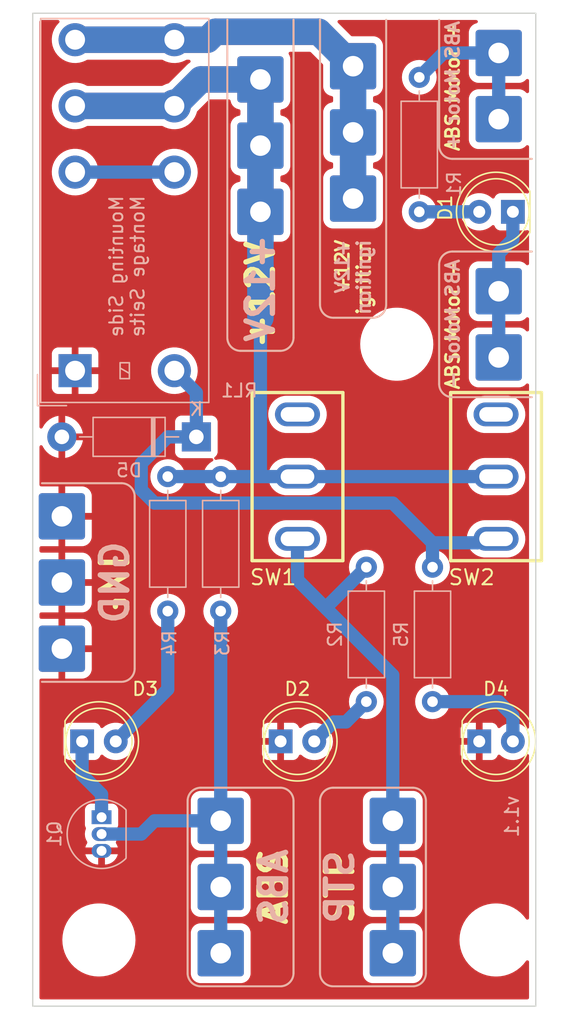
<source format=kicad_pcb>
(kicad_pcb (version 20211014) (generator pcbnew)

  (general
    (thickness 1.6)
  )

  (paper "A4")
  (title_block
    (title "ABS Simulator Panel")
    (date "2022-09-20")
    (rev "${version}")
    (company "WTF eG")
    (comment 1 "author: marble")
    (comment 2 "project id: 2022019")
  )

  (layers
    (0 "F.Cu" signal)
    (31 "B.Cu" signal)
    (32 "B.Adhes" user "B.Adhesive")
    (33 "F.Adhes" user "F.Adhesive")
    (34 "B.Paste" user)
    (35 "F.Paste" user)
    (36 "B.SilkS" user "B.Silkscreen")
    (37 "F.SilkS" user "F.Silkscreen")
    (38 "B.Mask" user)
    (39 "F.Mask" user)
    (40 "Dwgs.User" user "User.Drawings")
    (41 "Cmts.User" user "User.Comments")
    (42 "Eco1.User" user "User.Eco1")
    (43 "Eco2.User" user "User.Eco2")
    (44 "Edge.Cuts" user)
    (45 "Margin" user)
    (46 "B.CrtYd" user "B.Courtyard")
    (47 "F.CrtYd" user "F.Courtyard")
    (48 "B.Fab" user)
    (49 "F.Fab" user)
    (50 "User.1" user)
    (51 "User.2" user)
    (52 "User.3" user)
    (53 "User.4" user)
    (54 "User.5" user)
    (55 "User.6" user)
    (56 "User.7" user)
    (57 "User.8" user)
    (58 "User.9" user)
  )

  (setup
    (stackup
      (layer "F.SilkS" (type "Top Silk Screen"))
      (layer "F.Paste" (type "Top Solder Paste"))
      (layer "F.Mask" (type "Top Solder Mask") (thickness 0.01))
      (layer "F.Cu" (type "copper") (thickness 0.035))
      (layer "dielectric 1" (type "core") (thickness 1.51) (material "FR4") (epsilon_r 4.5) (loss_tangent 0.02))
      (layer "B.Cu" (type "copper") (thickness 0.035))
      (layer "B.Mask" (type "Bottom Solder Mask") (thickness 0.01))
      (layer "B.Paste" (type "Bottom Solder Paste"))
      (layer "B.SilkS" (type "Bottom Silk Screen"))
      (copper_finish "None")
      (dielectric_constraints no)
    )
    (pad_to_mask_clearance 0.05)
    (solder_mask_min_width 0.2)
    (pcbplotparams
      (layerselection 0x00010fc_ffffffff)
      (disableapertmacros false)
      (usegerberextensions false)
      (usegerberattributes true)
      (usegerberadvancedattributes true)
      (creategerberjobfile true)
      (svguseinch false)
      (svgprecision 6)
      (excludeedgelayer true)
      (plotframeref false)
      (viasonmask false)
      (mode 1)
      (useauxorigin false)
      (hpglpennumber 1)
      (hpglpenspeed 20)
      (hpglpendiameter 15.000000)
      (dxfpolygonmode true)
      (dxfimperialunits true)
      (dxfusepcbnewfont true)
      (psnegative false)
      (psa4output false)
      (plotreference true)
      (plotvalue true)
      (plotinvisibletext false)
      (sketchpadsonfab false)
      (subtractmaskfromsilk false)
      (outputformat 1)
      (mirror false)
      (drillshape 0)
      (scaleselection 1)
      (outputdirectory "../production/gbr/")
    )
  )

  (property "version" "1.1")

  (net 0 "")
  (net 1 "/ABS Motor -")
  (net 2 "GND")
  (net 3 "/ABS LED")
  (net 4 "/STP 16 LED")
  (net 5 "Net-(RL1-Pad2)")
  (net 6 "/ABS BJT")
  (net 7 "+12V")
  (net 8 "/ignition LED")
  (net 9 "/ignition")
  (net 10 "/ABS Motor +")
  (net 11 "/STP 16")
  (net 12 "/ABS")
  (net 13 "+12V RL1")
  (net 14 "/ABS Motor LED")
  (net 15 "unconnected-(SW1-Pad1)")
  (net 16 "unconnected-(SW2-Pad1)")
  (net 17 "/+12V ignition")

  (footprint "Connector_Wire:SolderWire-0.75sqmm_1x01_D1.25mm_OD3.5mm" (layer "F.Cu") (at 86 73))

  (footprint "Connector_Wire:SolderWire-0.75sqmm_1x01_D1.25mm_OD3.5mm" (layer "F.Cu") (at 86 60))

  (footprint "Connector_Wire:SolderWire-0.75sqmm_1x01_D1.25mm_OD3.5mm" (layer "F.Cu") (at 53 95))

  (footprint "Connector_Wire:SolderWire-0.75sqmm_1x01_D1.25mm_OD3.5mm" (layer "F.Cu") (at 78 113))

  (footprint "Connector_Wire:SolderWire-0.75sqmm_1x01_D1.25mm_OD3.5mm" (layer "F.Cu") (at 78 118))

  (footprint "Connector_Wire:SolderWire-0.75sqmm_1x01_D1.25mm_OD3.5mm" (layer "F.Cu") (at 53 90))

  (footprint "Connector_Wire:SolderWire-0.75sqmm_1x01_D1.25mm_OD3.5mm" (layer "F.Cu") (at 75 66))

  (footprint "MountingHole:MountingHole_4.5mm" (layer "F.Cu") (at 55.8 122))

  (footprint "Connector_Wire:SolderWire-0.75sqmm_1x01_D1.25mm_OD3.5mm" (layer "F.Cu") (at 65 118))

  (footprint "Connector_Wire:SolderWire-0.75sqmm_1x01_D1.25mm_OD3.5mm" (layer "F.Cu") (at 86 78))

  (footprint "Connector_Wire:SolderWire-0.75sqmm_1x01_D1.25mm_OD3.5mm" (layer "F.Cu") (at 53 100))

  (footprint "LED_THT:LED_D5.0mm" (layer "F.Cu") (at 87.07 67 180))

  (footprint "LED_THT:LED_D5.0mm" (layer "F.Cu") (at 54.53 107))

  (footprint "Connector_Wire:SolderWire-0.75sqmm_1x01_D1.25mm_OD3.5mm" (layer "F.Cu") (at 75 56))

  (footprint "Connector_Wire:SolderWire-0.75sqmm_1x01_D1.25mm_OD3.5mm" (layer "F.Cu") (at 75 61))

  (footprint "Connector_Wire:SolderWire-0.75sqmm_1x01_D1.25mm_OD3.5mm" (layer "F.Cu") (at 86 55))

  (footprint "LED_THT:LED_D5.0mm" (layer "F.Cu") (at 84.53 107))

  (footprint "Connector_Wire:SolderWire-0.75sqmm_1x01_D1.25mm_OD3.5mm" (layer "F.Cu") (at 65 123))

  (footprint "Switch_MTS:MTS-102" (layer "F.Cu") (at 70.8 87 180))

  (footprint "Connector_Wire:SolderWire-0.75sqmm_1x01_D1.25mm_OD3.5mm" (layer "F.Cu") (at 65 113))

  (footprint "MountingHole:MountingHole_4.5mm" (layer "F.Cu") (at 78.3 77))

  (footprint "Connector_Wire:SolderWire-0.75sqmm_1x01_D1.25mm_OD3.5mm" (layer "F.Cu") (at 68 67))

  (footprint "MountingHole:MountingHole_4.5mm" (layer "F.Cu") (at 85.8 122))

  (footprint "Switch_MTS:MTS-102" (layer "F.Cu") (at 85.8 87 180))

  (footprint "Connector_Wire:SolderWire-0.75sqmm_1x01_D1.25mm_OD3.5mm" (layer "F.Cu") (at 68 57))

  (footprint "Connector_Wire:SolderWire-0.75sqmm_1x01_D1.25mm_OD3.5mm" (layer "F.Cu") (at 68 62))

  (footprint "Connector_Wire:SolderWire-0.75sqmm_1x01_D1.25mm_OD3.5mm" (layer "F.Cu") (at 78 123))

  (footprint "LED_THT:LED_D5.0mm" (layer "F.Cu") (at 69.525 107))

  (footprint "Resistor_THT:R_Axial_DIN0207_L6.3mm_D2.5mm_P10.16mm_Horizontal" (layer "B.Cu") (at 61 87 -90))

  (footprint "Package_TO_SOT_THT:TO-92_Inline" (layer "B.Cu") (at 56 112.73 -90))

  (footprint "Resistor_THT:R_Axial_DIN0207_L6.3mm_D2.5mm_P10.16mm_Horizontal" (layer "B.Cu") (at 76 93.84 -90))

  (footprint "NetTie:NetTie-2_SMD_Pad2.0mm" (layer "B.Cu") (at 68 73 -90))

  (footprint "Resistor_THT:R_Axial_DIN0207_L6.3mm_D2.5mm_P10.16mm_Horizontal" (layer "B.Cu") (at 81 93.84 -90))

  (footprint "Relay_THT:Relay_DPDT_Omron_G2RL" (layer "B.Cu") (at 54 79 90))

  (footprint "Diode_THT:D_DO-41_SOD81_P10.16mm_Horizontal" (layer "B.Cu") (at 63.16 84 180))

  (footprint "Resistor_THT:R_Axial_DIN0207_L6.3mm_D2.5mm_P10.16mm_Horizontal" (layer "B.Cu") (at 80 56.84 -90))

  (footprint "Resistor_THT:R_Axial_DIN0207_L6.3mm_D2.5mm_P10.16mm_Horizontal" (layer "B.Cu") (at 65 87 -90))

  (gr_arc (start 69.5 110.5) (mid 70.207107 110.792893) (end 70.5 111.5) (layer "B.SilkS") (width 0.15) (tstamp 030319df-64dc-4f4b-ace9-0608a8de96f6))
  (gr_line (start 88.5 70) (end 82.5 70) (layer "B.SilkS") (width 0.15) (tstamp 0abcf87e-b590-483a-beda-3e7e83897d4b))
  (gr_arc (start 62.5 111.5) (mid 62.792893 110.792893) (end 63.5 110.5) (layer "B.SilkS") (width 0.15) (tstamp 0d45d6ac-d4f4-444c-97d6-12f643dadbd6))
  (gr_line (start 73.5 75) (end 76.5 75) (layer "B.SilkS") (width 0.15) (tstamp 1b9e5442-4614-4dee-a82f-347bb8f1f57f))
  (gr_line (start 81.5 52.5) (end 81.5 62) (layer "B.SilkS") (width 0.15) (tstamp 2471a352-adae-42a2-b90c-b899b149418d))
  (gr_arc (start 66.5 77.5) (mid 65.792893 77.207107) (end 65.5 76.5) (layer "B.SilkS") (width 0.15) (tstamp 30bf15aa-ac57-416b-9a16-519d13c65279))
  (gr_line (start 73.5 110.5) (end 79.5 110.5) (layer "B.SilkS") (width 0.15) (tstamp 30bf9ff4-6d5c-4c66-9c80-001f5e4b3df6))
  (gr_line (start 73.5 125.5) (end 79.5 125.5) (layer "B.SilkS") (width 0.15) (tstamp 40c69809-5400-4d9f-bb02-0e409e8008ba))
  (gr_line (start 70.5 52.5) (end 70.5 76.5) (layer "B.SilkS") (width 0.15) (tstamp 4623d764-b3d3-471e-b595-f0e13b68e77d))
  (gr_arc (start 58.5 101.5) (mid 58.207107 102.207107) (end 57.5 102.5) (layer "B.SilkS") (width 0.15) (tstamp 514353f1-74f2-48f1-80dc-4e73ada2fa51))
  (gr_line (start 63.5 125.5) (end 69.5 125.5) (layer "B.SilkS") (width 0.15) (tstamp 53dc71cd-aafc-47f7-8f19-ec5a9eb95c86))
  (gr_line (start 70.5 124.5) (end 70.5 111.5) (layer "B.SilkS") (width 0.15) (tstamp 550bdd5c-dabd-43b0-bae0-55a7b9426c8c))
  (gr_arc (start 72.5 111.5) (mid 72.792893 110.792893) (end 73.5 110.5) (layer "B.SilkS") (width 0.15) (tstamp 5c03c3cc-d34c-4244-a4f7-151787afe224))
  (gr_line (start 82.5 63) (end 88.5 63) (layer "B.SilkS") (width 0.15) (tstamp 5f4ce1b4-ff83-4e09-9a4e-82e286bb729d))
  (gr_arc (start 82.5 63) (mid 81.792893 62.707107) (end 81.5 62) (layer "B.SilkS") (width 0.15) (tstamp 642bf5fe-e49a-41cd-b6cc-9e00d6ff33c3))
  (gr_line (start 88.5 81) (end 82.5 81) (layer "B.SilkS") (width 0.15) (tstamp 6970ceb6-e103-436b-b969-0a6f002ec01a))
  (gr_line (start 66.5 77.5) (end 69.5 77.5) (layer "B.SilkS") (width 0.15) (tstamp 7918f2fe-36ea-4bf2-b438-b8ad388dd39a))
  (gr_arc (start 82.5 81) (mid 81.792893 80.707107) (end 81.5 80) (layer "B.SilkS") (width 0.15) (tstamp 7a6117eb-b9b1-4ae8-8d5b-493020a34085))
  (gr_line (start 51.5 102.5) (end 57.5 102.5) (layer "B.SilkS") (width 0.15) (tstamp 7ab476a4-4e5c-4886-8672-c5d8b6ed3acd))
  (gr_arc (start 73.5 75) (mid 72.792893 74.707107) (end 72.5 74) (layer "B.SilkS") (width 0.15) (tstamp 7b04781d-60b0-4361-8684-549b75d6adc5))
  (gr_line (start 81.5 71) (end 81.5 80) (layer "B.SilkS") (width 0.15) (tstamp 86c7dc2b-c80f-420a-afce-5e160226fb0a))
  (gr_arc (start 57.5 87.5) (mid 58.207107 87.792893) (end 58.5 88.5) (layer "B.SilkS") (width 0.15) (tstamp 87b86cf0-e639-4d63-b5ae-676c08f39706))
  (gr_arc (start 79.5 110.5) (mid 80.207107 110.792893) (end 80.5 111.5) (layer "B.SilkS") (width 0.15) (tstamp 8d80918c-511f-49eb-986d-9ef099cef7c1))
  (gr_arc (start 63.5 125.5) (mid 62.792893 125.207107) (end 62.5 124.5) (layer "B.SilkS") (width 0.15) (tstamp 8eb03913-7cc6-43a6-8833-e3e75a9cf3df))
  (gr_line (start 72.5 124.5) (end 72.5 111.5) (layer "B.SilkS") (width 0.15) (tstamp 94f940de-9528-4e71-8c5d-d2842165b403))
  (gr_arc (start 73.5 125.5) (mid 72.792893 125.207107) (end 72.5 124.5) (layer "B.SilkS") (width 0.15) (tstamp a8968827-7d4c-4c73-8d15-03e7732f6ca4))
  (gr_line (start 63.5 110.5) (end 69.5 110.5) (layer "B.SilkS") (width 0.15) (tstamp b5fe99e6-0fde-4c9c-9aea-f703bb644153))
  (gr_line (start 77.5 52.5) (end 77.5 74) (layer "B.SilkS") (width 0.15) (tstamp b90409a4-776e-4a4d-b17f-5db5e6b37b74))
  (gr_line (start 65.5 52.5) (end 65.5 76.5) (layer "B.SilkS") (width 0.15) (tstamp c098ec17-02b0-40df-8d5f-ffa547185cfc))
  (gr_arc (start 80.5 124.5) (mid 80.207107 125.207107) (end 79.5 125.5) (layer "B.SilkS") (width 0.15) (tstamp c5d5e23a-9885-498a-86d7-64058ebc86aa))
  (gr_arc (start 77.5 74) (mid 77.207107 74.707107) (end 76.5 75) (layer "B.SilkS") (width 0.15) (tstamp cff7b930-1e31-44b2-a2ce-5f4c8e768e57))
  (gr_line (start 51.5 87.5) (end 57.5 87.5) (layer "B.SilkS") (width 0.15) (tstamp d6ffab17-999f-4e76-bbee-a98611ef6f52))
  (gr_arc (start 81.5 71) (mid 81.792893 70.292893) (end 82.5 70) (layer "B.SilkS") (width 0.15) (tstamp dfd1786d-8ed3-47cc-94d1-83be81095b2b))
  (gr_line (start 72.5 52.5) (end 72.5 74) (layer "B.SilkS") (width 0.15) (tstamp e165c7f6-f820-4b56-aa70-d342c0420050))
  (gr_arc (start 70.5 124.5) (mid 70.207107 125.207107) (end 69.5 125.5) (layer "B.SilkS") (width 0.15) (tstamp e2ddcd4d-cccf-42e4-884a-fbffe607e2cb))
  (gr_line (start 58.5 101.5) (end 58.5 88.5) (layer "B.SilkS") (width 0.15) (tstamp ea295036-9ccb-404e-8a7a-2157b5e3c8c1))
  (gr_arc (start 70.5 76.5) (mid 70.207107 77.207107) (end 69.5 77.5) (layer "B.SilkS") (width 0.15) (tstamp eff2f877-ce80-4227-8b07-54acb33ba831))
  (gr_line (start 80.5 124.5) (end 80.5 111.5) (layer "B.SilkS") (width 0.15) (tstamp f070f4e2-ca74-4421-9239-b33b5c833080))
  (gr_line (start 62.5 124.5) (end 62.5 111.5) (layer "B.SilkS") (width 0.15) (tstamp f70c26d2-3bb2-4574-a00b-136c89950594))
  (gr_line (start 62.5 111.5) (end 62.5 124.5) (layer "F.SilkS") (width 0.15) (tstamp 0f3519d7-534c-4357-b98b-7ea6cb8bf462))
  (gr_arc (start 77.5 74) (mid 77.207107 74.707107) (end 76.5 75) (layer "F.SilkS") (width 0.15) (tstamp 170afe48-fff9-49dc-866b-d496c1180129))
  (gr_line (start 70.5 76.5) (end 70.5 52.5) (layer "F.SilkS") (width 0.15) (tstamp 188c354a-1945-46f7-b493-07ccc084eb92))
  (gr_arc (start 73.5 125.5) (mid 72.792893 125.207107) (end 72.5 124.5) (layer "F.SilkS") (width 0.15) (tstamp 2fd5d8e4-b0c9-4020-9dc8-43e1a4d5fa4e))
  (gr_line (start 66.5 77.5) (end 69.5 77.5) (layer "F.SilkS") (width 0.15) (tstamp 31317396-8858-47b6-82c1-75cee4ed2184))
  (gr_line (start 73.5 110.5) (end 79.5 110.5) (layer "F.SilkS") (width 0.15) (tstamp 3391e616-a564-492a-9888-a4cc5671c642))
  (gr_line (start 72.5 74) (end 72.5 52.5) (layer "F.SilkS") (width 0.15) (tstamp 4078cbb3-9b01-400b-b52a-66b99cc81022))
  (gr_arc (start 69.5 110.5) (mid 70.207107 110.792893) (end 70.5 111.5) (layer "F.SilkS") (width 0.15) (tstamp 413baec1-eddc-4c9a-9bba-a02805c69619))
  (gr_line (start 81.5 52.5) (end 81.5 62) (layer "F.SilkS") (width 0.15) (tstamp 452120db-9fdb-4e56-824e-60fb3e14a77a))
  (gr_arc (start 66.5 77.5) (mid 65.792893 77.207107) (end 65.5 76.5) (layer "F.SilkS") (width 0.15) (tstamp 4bd123ff-8ae6-45d9-8f29-f8830d9236d5))
  (gr_arc (start 70.5 76.5) (mid 70.207107 77.207107) (end 69.5 77.5) (layer "F.SilkS") (width 0.15) (tstamp 596b095d-a6db-4f4d-a92c-fa527c4244de))
  (gr_line (start 63.5 110.5) (end 69.5 110.5) (layer "F.SilkS") (width 0.15) (tstamp 5ce09c51-48aa-43ac-aeb2-18af262bf852))
  (gr_arc (start 73.5 75) (mid 72.792893 74.707107) (end 72.5 74) (layer "F.SilkS") (width 0.15) (tstamp 65eaed92-7072-4b02-80e7-722effdb815f))
  (gr_line (start 77.5 74) (end 77.5 52.5) (layer "F.SilkS") (width 0.15) (tstamp 6a01ad25-ab2b-433d-9d65-8254a2600ec3))
  (gr_arc (start 81.5 71) (mid 81.792893 70.292893) (end 82.5 70) (layer "F.SilkS") (width 0.15) (tstamp 7f1a23ff-d4b6-417e-b956-6d3553c37788))
  (gr_line (start 80.5 111.5) (end 80.5 124.5) (layer "F.SilkS") (width 0.15) (tstamp 8d476bc7-ec3f-4cc5-a81e-0513b50081ae))
  (gr_arc (start 72.5 111.5) (mid 72.792893 110.792893) (end 73.5 110.5) (layer "F.SilkS") (width 0.15) (tstamp 8e055a22-96ce-48f3-bec6-e06193194b47))
  (gr_line (start 63.5 125.5) (end 69.5 125.5) (layer "F.SilkS") (width 0.15) (tstamp 980bfbc3-c51d-4570-b62a-248c3bb3934c))
  (gr_line (start 58.5 101.5) (end 58.5 88.5) (layer "F.SilkS") (width 0.15) (tstamp 9d4cae04-a43a-42e0-9a24-69fb95d13af0))
  (gr_arc (start 62.5 111.5) (mid 62.792893 110.792893) (end 63.5 110.5) (layer "F.SilkS") (width 0.15) (tstamp 9f7f2dc7-beac-4d70-867f-a95f7aeab321))
  (gr_arc (start 79.5 110.5) (mid 80.207107 110.792893) (end 80.5 111.5) (layer "F.SilkS") (width 0.15) (tstamp a0a6bc62-08ba-48f9-b98a-0478d53d9655))
  (gr_line (start 82.5 63) (end 88.5 63) (layer "F.SilkS") (width 0.15) (tstamp a17eb2bb-53c1-4294-a4a9-f6ba7523ff75))
  (gr_line (start 73.5 75) (end 76.5 75) (layer "F.SilkS") (width 0.15) (tstamp a53f8763-2d6e-4c94-903b-88b654d101e3))
  (gr_line (start 65.5 76.5) (end 65.5 52.5) (layer "F.SilkS") (width 0.15) (tstamp a56e9232-3401-41fa-817d-17449090bc75))
  (gr_arc (start 70.5 124.5) (mid 70.207107 125.207107) (end 69.5 125.5) (layer "F.SilkS") (width 0.15) (tstamp a914ce0d-f529-4092-87c0-c65e3cd3338a))
  (gr_arc (start 82.5 63) (mid 81.792893 62.707107) (end 81.5 62) (layer "F.SilkS") (width 0.15) (tstamp b3d1234a-e07c-40aa-86de-779070475aa7))
  (gr_line (start 57.5 87.5) (end 51.5 87.5) (layer "F.SilkS") (width 0.15) (tstamp c3a99610-a427-40a3-949b-ae1129996dab))
  (gr_arc (start 82.5 81) (mid 81.792893 80.707107) (end 81.5 80) (layer "F.SilkS") (width 0.15) (tstamp c58beaba-d0ca-44e1-a7ba-0fdec7185238))
  (gr_line (start 57.5 102.5) (end 51.5 102.5) (layer "F.SilkS") (width 0.15) (tstamp c79e38ac-a99f-4398-8078-46aa5c85a892))
  (gr_line (start 72.5 111.5) (end 72.5 124.5) (layer "F.SilkS") (width 0.15) (tstamp ca7a6afc-b9fb-4b19-8544-aeb02bec1209))
  (gr_arc (start 63.5 125.5) (mid 62.792893 125.207107) (end 62.5 124.5) (layer "F.SilkS") (width 0.15) (tstamp d5cc2c70-6a4f-4787-a08d-1cf8a9c5c379))
  (gr_line (start 70.5 111.5) (end 70.5 124.5) (layer "F.SilkS") (width 0.15) (tstamp d7d5816c-4049-4c69-9ed5-0835eb062206))
  (gr_arc (start 57.5 87.5) (mid 58.207107 87.792893) (end 58.5 88.5) (layer "F.SilkS") (width 0.15) (tstamp dc0b9408-71b0-4ced-81a5-d4a6361b7317))
  (gr_arc (start 80.5 124.5) (mid 80.207107 125.207107) (end 79.5 125.5) (layer "F.SilkS") (width 0.15) (tstamp dd1d0c3d-403a-44aa-80e6-e45a607c3cf5))
  (gr_line (start 81.5 71) (end 81.5 80) (layer "F.SilkS") (width 0.15) (tstamp de6f8f88-81e2-4d7a-b470-9289b66bc7d6))
  (gr_line (start 82.5 70) (end 88.5 70) (layer "F.SilkS") (width 0.15) (tstamp e3727740-fb5e-437e-92a0-a46c236647ce))
  (gr_line (start 73.5 125.5) (end 79.5 125.5) (layer "F.SilkS") (width 0.15) (tstamp e426e4e8-10e6-4207-bb60-3c087ef39fe4))
  (gr_arc (start 58.5 101.5) (mid 58.207107 102.207107) (end 57.5 102.5) (layer "F.SilkS") (width 0.15) (tstamp fe33b9b9-6536-4ca1-b132-944964a9f658))
  (gr_rect (start 50.8 127) (end 88.8 52) (layer "Edge.Cuts") (width 0.1) (fill none) (tstamp 9df7498b-4fad-4f88-a2b6-ca200f5a5b21))
  (gr_circle (center 85.8 87) (end 88.8 87) (layer "User.1") (width 0.2) (fill none) (tstamp 2c44d1ad-e4de-4e10-b545-98c8e2c2724e))
  (gr_circle (center 55.8 107) (end 58.35 107) (layer "User.1") (width 0.2) (fill none) (tstamp 5041f9cc-1e76-4f7b-8af5-1de133d6df7a))
  (gr_circle (center 70.8 87) (end 73.8 87) (layer "User.1") (width 0.2) (fill none) (tstamp 73f55ff5-b808-4e49-aa3f-f0443b065460))
  (gr_line (start 88.8 51.999999) (end 50.8 52) (layer "User.1") (width 0.2) (tstamp a267ac1f-2389-436f-a9f2-88a0073f22ab))
  (gr_circle (center 55.8 122) (end 58.05 122) (layer "User.1") (width 0.2) (fill none) (tstamp b7b2490d-7d84-44cd-90d1-ddb0a6acc0b3))
  (gr_circle (center 70.8 107) (end 73.35 107) (layer "User.1") (width 0.2) (fill none) (tstamp bb5e23e0-2993-455e-ad80-0bb0219fcab1))
  (gr_circle (center 78.3 77) (end 80.55 77) (layer "User.1") (width 0.2) (fill none) (tstamp c1652e4a-78a0-4b89-b642-c4dde96697ff))
  (gr_line (start 50.8 127) (end 88.8 127) (layer "User.1") (width 0.2) (tstamp c5ecb5bc-cf4b-417f-b4ca-e5a9699e13fe))
  (gr_circle (center 85.8 107) (end 88.35 107) (layer "User.1") (width 0.2) (fill none) (tstamp dcb48f79-03b7-4cca-95fb-53a39633a6f9))
  (gr_line (start 88.8 127) (end 88.8 52) (layer "User.1") (width 0.2) (tstamp e9228e5d-5baa-497e-ac3d-bdeb3b89f1f3))
  (gr_line (start 50.8 52) (end 50.8 127) (layer "User.1") (width 0.2) (tstamp eed099c9-9268-4a7e-ae46-65b511df2458))
  (gr_circle (center 85.8 67) (end 88.35 67) (layer "User.1") (width 0.2) (fill none) (tstamp f076d32f-fe2c-4d3e-aef3-1bfd51084834))
  (gr_circle (center 85.8 122) (end 88.05 122) (layer "User.1") (width 0.2) (fill none) (tstamp fbfc5da5-9fbc-4d09-842a-f8da0a3c9e95))
  (gr_text "+12V\nignition" (at 75 69 90) (layer "B.SilkS") (tstamp 1a692df9-f705-4b62-86ad-e26b76ccca6b)
    (effects (font (size 1 1) (thickness 0.2)) (justify left mirror))
  )
  (gr_text "GND" (at 57 95 90) (layer "B.SilkS") (tstamp 4d3063f1-619d-4a2d-a673-2d98d3816e18)
    (effects (font (size 2 2) (thickness 0.4)) (justify mirror))
  )
  (gr_text "ABS" (at 69 118 90) (layer "B.SilkS") (tstamp 630ec6d3-36a5-4914-a342-62cc617d8a24)
    (effects (font (size 2 2) (thickness 0.4)) (justify mirror))
  )
  (gr_text "ABS Motor -" (at 82.521663 75.470795 90) (layer "B.SilkS") (tstamp 7ffacf0c-a6ec-434d-b217-b3aa76e566f6)
    (effects (font (size 1 1) (thickness 0.2)) (justify mirror))
  )
  (gr_text "STP" (at 74 118 90) (layer "B.SilkS") (tstamp 8b6df69a-1465-4a54-a624-8119d52fdcdf)
    (effects (font (size 2 2) (thickness 0.4)) (justify mirror))
  )
  (gr_text "ABS Motor +" (at 82.521663 57.470795 90) (layer "B.SilkS") (tstamp a17dd9ee-0e2f-4d60-8e00-ed5d574c3f93)
    (effects (font (size 1 1) (thickness 0.2)) (justify mirror))
  )
  (gr_text "Mounting Side\nMontage Seite" (at 57.92 71.12 90) (layer "B.SilkS") (tstamp c8b5129b-8adc-4b49-b616-cee0ffefc1dd)
    (effects (font (size 1 1) (thickness 0.15)) (justify mirror))
  )
  (gr_text "+12V" (at 68 68.5 90) (layer "B.SilkS") (tstamp df7bc23f-4e05-42f8-a10e-da05a98141b6)
    (effects (font (size 2 2) (thickness 0.4)) (justify left mirror))
  )
  (gr_text "v${version}" (at 87 111 90) (layer "B.SilkS") (tstamp e5307285-63c2-42e2-9e75-5d1bdfd5fc8a)
    (effects (font (size 1 1) (thickness 0.15)) (justify left mirror))
  )
  (gr_text "+12V\nignition" (at 75 69 90) (layer "F.SilkS") (tstamp 32dd385c-83a9-464a-a458-7ef0beb9b4d3)
    (effects (font (size 1 1) (thickness 0.2)) (justify right))
  )
  (gr_text "STP" (at 74 118 90) (layer "F.SilkS") (tstamp 4946b237-ff02-4f89-881c-cc6f8391c932)
    (effects (font (size 2 2) (thickness 0.4)))
  )
  (gr_text "ABS" (at 68.978337 117.970795 90) (layer "F.SilkS") (tstamp 6b57056e-e010-47c8-873f-73d11a14f20f)
    (effects (font (size 2 2) (thickness 0.4)))
  )
  (gr_text "ABS Motor +" (at 82.521663 57.529205 90) (layer "F.SilkS") (tstamp a4b13a35-c9fa-480a-8496-9f4f82989fb6)
    (effects (font (size 1 1) (thickness 0.2)))
  )
  (gr_text "ABS Motor -" (at 82.521663 75.529205 90) (layer "F.SilkS") (tstamp c79596c0-662b-4c30-bb3e-384d3a41e52f)
    (effects (font (size 1 1) (thickness 0.2)))
  )
  (gr_text "GND" (at 57 95 90) (layer "F.SilkS") (tstamp ca3da8ee-a5ae-4599-8755-11ac1c0c4197)
    (effects (font (size 2 2) (thickness 0.4)))
  )
  (gr_text "+12V" (at 68 69 90) (layer "F.SilkS") (tstamp f606c663-6e7a-4c2f-84fc-deff7804167f)
    (effects (font (size 2 2) (thickness 0.4)) (justify right))
  )

  (segment (start 86 78) (end 86 73) (width 1) (layer "B.Cu") (net 1) (tstamp 7e239395-f4b3-47fc-a805-753b2a8ca2e1))
  (segment (start 86 70.14) (end 87.07 69.07) (width 1) (layer "B.Cu") (net 1) (tstamp 9f763c8d-1393-4efd-a5c6-8a55ea99692a))
  (segment (start 87.07 67) (end 87.07 69.07) (width 1) (layer "B.Cu") (net 1) (tstamp ca81321e-4922-46a1-ac41-f8096d476adf))
  (segment (start 86 73) (end 86 70.14) (width 1) (layer "B.Cu") (net 1) (tstamp cc6926ea-2378-4f02-ae07-51c4c9e8cedb))
  (segment (start 61 103.07) (end 61 97.16) (width 1) (layer "B.Cu") (net 3) (tstamp 6cc543fd-fa09-493c-82fe-71b84ba9659b))
  (segment (start 57.07 107) (end 61 103.07) (width 1) (layer "B.Cu") (net 3) (tstamp c5b76011-2696-4378-a522-53aad8d0d6d8))
  (segment (start 74.4675 105.5325) (end 73.5325 105.5325) (width 1) (layer "B.Cu") (net 4) (tstamp 42552c6c-bf18-46a4-9ee0-51b06da65f1c))
  (segment (start 76 104) (end 74.4675 105.5325) (width 1) (layer "B.Cu") (net 4) (tstamp 8ac26f26-c84a-42d0-a6f8-6cac6e2738a8))
  (segment (start 72.065 107) (end 73.5325 105.5325) (width 1) (layer "B.Cu") (net 4) (tstamp ab589d26-8afc-496e-90c9-57757766ac31))
  (segment (start 54 64) (end 61.5 64) (width 1) (layer "B.Cu") (net 5) (tstamp 7bce9ac1-aea4-4e04-aee3-effd668c8d2d))
  (segment (start 56 111) (end 54.53 109.53) (width 1) (layer "B.Cu") (net 6) (tstamp 12ff5992-df65-4f80-920d-06170f35cbda))
  (segment (start 54.53 107) (end 54.53 109.53) (width 1) (layer "B.Cu") (net 6) (tstamp 875f9e57-bc58-4dbb-a7e2-edff25c08e0a))
  (segment (start 56 112.73) (end 56 111) (width 1) (layer "B.Cu") (net 6) (tstamp acd8772f-da8b-466f-9eb6-75986934d7b5))
  (segment (start 68 75) (end 68 87) (width 1) (layer "B.Cu") (net 7) (tstamp 677f1ae4-db1c-4aad-a326-6a7e4323fc75))
  (segment (start 85.8 87) (end 70.8 87) (width 1) (layer "B.Cu") (net 7) (tstamp 981359cf-019b-476b-906c-3b0c51d27606))
  (segment (start 61 87) (end 65 87) (width 1) (layer "B.Cu") (net 7) (tstamp b4fc07d5-0577-4942-ac21-0f669f86bf4e))
  (segment (start 68 87) (end 65 87) (width 1) (layer "B.Cu") (net 7) (tstamp bbad7348-1bc3-48e0-92b3-5913616f82ad))
  (segment (start 70.8 87) (end 68 87) (width 1) (layer "B.Cu") (net 7) (tstamp c6ad22c9-13b5-4a23-9d63-541882aec82f))
  (segment (start 86 104) (end 81 104) (width 1) (layer "B.Cu") (net 8) (tstamp 3da4b45f-f510-44dc-b79d-7ccbc501ef35))
  (segment (start 87.07 105.07) (end 86 104) (width 1) (layer "B.Cu") (net 8) (tstamp bfd7ba76-9f30-4428-9d79-97b4ed5c5059))
  (segment (start 87.07 107) (end 87.07 105.07) (width 1) (layer "B.Cu") (net 8) (tstamp e3f371ae-03fa-445a-9dca-29219d5abda5))
  (segment (start 63.16 84) (end 63.16 80.66) (width 1) (layer "B.Cu") (net 9) (tstamp 26d1f73d-0301-40e8-a5f9-3aea28b223cc))
  (segment (start 85.8 91.7) (end 84.7 91.7) (width 1) (layer "B.Cu") (net 9) (tstamp 2be5543d-2b1c-474b-ae43-31c5a29eef4b))
  (segment (start 84.4 92) (end 81 92) (width 1) (layer "B.Cu") (net 9) (tstamp 34b43ab0-7bca-45c3-bf7c-8a741e94c664))
  (segment (start 81 92) (end 81 93.84) (width 1) (layer "B.Cu") (net 9) (tstamp 42b99c5b-d0a1-4d43-b992-b9bf63b6b97b))
  (segment (start 78 89) (end 76.16 89) (width 1) (layer "B.Cu") (net 9) (tstamp 5eb32825-7a76-4f8a-b2ad-aa7110a90526))
  (segment (start 59 86) (end 59 88) (width 1) (layer "B.Cu") (net 9) (tstamp 5ef0b0e5-1711-473c-a140-cccd2c6621c0))
  (segment (start 84.7 91.7) (end 84.4 92) (width 1) (layer "B.Cu") (net 9) (tstamp 7324d650-3294-4f71-b422-e6fdb4830617))
  (segment (start 61 84) (end 59 86) (width 1) (layer "B.Cu") (net 9) (tstamp a415bc8b-2262-49fb-b9f9-717f840a4521))
  (segment (start 81 92) (end 78 89) (width 1) (layer "B.Cu") (net 9) (tstamp ab53316a-d9ea-4011-91af-44b40df09243))
  (segment (start 63.16 84) (end 61 84) (width 1) (layer "B.Cu") (net 9) (tstamp b740069a-56b5-4ede-88b3-a7e96e6abd14))
  (segment (start 63.16 80.66) (end 61.5 79) (width 1) (layer "B.Cu") (net 9) (tstamp c0e3a488-f1ad-4084-a445-ed068b5ed297))
  (segment (start 59 88) (end 60 89) (width 1) (layer "B.Cu") (net 9) (tstamp c6581d39-bc11-4e09-a384-8e56cf151d1d))
  (segment (start 60 89) (end 76.16 89) (width 1) (layer "B.Cu") (net 9) (tstamp c684e33c-7a0d-461f-970b-8d89aa11c182))
  (segment (start 86 55) (end 81.84 55) (width 1) (layer "B.Cu") (net 10) (tstamp 85e2074f-cfca-465c-b6ec-9aef67a75158))
  (segment (start 86 60) (end 86 55) (width 1) (layer "B.Cu") (net 10) (tstamp 902da4cd-a9c9-4492-802a-02690bccad91))
  (segment (start 81.84 55) (end 80 56.84) (width 1) (layer "B.Cu") (net 10) (tstamp d55596cf-0699-4fbc-a9f3-32cdf68d3ccd))
  (segment (start 73 97) (end 78 102) (width 1) (layer "B.Cu") (net 11) (tstamp 21586f91-1ddb-49c1-b625-dbdc381e9b8b))
  (segment (start 78 102) (end 78 113) (width 1) (layer "B.Cu") (net 11) (tstamp 535e715a-fe19-4402-976d-73c15d82a8b0))
  (segment (start 73 96.84) (end 73 97) (width 1) (layer "B.Cu") (net 11) (tstamp 94a1a6a9-ef2f-40cf-8c37-b4888a049c72))
  (segment (start 70.8 91.7) (end 70.8 94.8) (width 1) (layer "B.Cu") (net 11) (tstamp b424c5c5-109f-4108-8088-0f5ab38e045e))
  (segment (start 70.8 94.8) (end 73 97) (width 1) (layer "B.Cu") (net 11) (tstamp cdc8a22f-7948-40bb-a432-911337ec390f))
  (segment (start 76 93.84) (end 73 96.84) (width 1) (layer "B.Cu") (net 11) (tstamp d53d3e38-fb28-42d0-b432-98d41f2e16e8))
  (segment (start 78 123) (end 78 113) (width 1) (layer "B.Cu") (net 11) (tstamp fef89bd2-2918-4b1a-a220-4052fb31e4cb))
  (segment (start 65 123) (end 65 113) (width 1) (layer "B.Cu") (net 12) (tstamp 23080e48-10e0-4ad8-90d3-065696fae476))
  (segment (start 56 114) (end 59 114) (width 1) (layer "B.Cu") (net 12) (tstamp 567cc32c-7f67-4c70-9041-11fc7d64cd6e))
  (segment (start 65 113) (end 65 97.16) (width 1) (layer "B.Cu") (net 12) (tstamp 74201d02-8ba3-41aa-8799-9e8f684f8383))
  (segment (start 60 113) (end 65 113) (width 1) (layer "B.Cu") (net 12) (tstamp ab5ecd81-b8ad-43ff-a478-c121cc040f24))
  (segment (start 59 114) (end 60 113) (width 1) (layer "B.Cu") (net 12) (tstamp e8fe2ac8-227c-47f2-9210-b224a765a616))
  (segment (start 68 57) (end 63.5 57) (width 2) (layer "F.Cu") (net 13) (tstamp 3a1fec5b-2dcd-4f65-a098-888008e9b4c6))
  (segment (start 63.5 57) (end 61.5 59) (width 2) (layer "F.Cu") (net 13) (tstamp 6838c04c-70fe-42f4-99de-36d6e448263c))
  (segment (start 68 62) (end 68 67) (width 2) (layer "F.Cu") (net 13) (tstamp 73cbfa7f-6fc8-44e5-9139-d56c8eb3204b))
  (segment (start 54 59) (end 61.5 59) (width 2) (layer "F.Cu") (net 13) (tstamp 73e77239-3b9f-41fe-9e86-c3b875ba73d9))
  (segment (start 68 57) (end 68 62) (width 2) (layer "F.Cu") (net 13) (tstamp 9abb0dcd-cb8c-4f20-9b61-e26dc53c8b55))
  (segment (start 68 67) (end 68 71) (width 2) (layer "B.Cu") (net 13) (tstamp 01295a93-7998-42b8-9448-683d6dc3146b))
  (segment (start 68 57) (end 68 62) (width 2) (layer "B.Cu") (net 13) (tstamp 093365e8-7dae-47b9-938b-3308d6d2e2e7))
  (segment (start 63.5 57) (end 61.5 59) (width 2) (layer "B.Cu") (net 13) (tstamp 284e66cc-3c56-4bf8-9374-2a6abcbaebda))
  (segment (start 68 57) (end 63.5 57) (width 2) (layer "B.Cu") (net 13) (tstamp 3e63986f-daa9-45ac-b992-cfb7e7130442))
  (segment (start 68 62) (end 68 67) (width 2) (layer "B.Cu") (net 13) (tstamp 8d1f67cb-b5ac-4932-a76b-494c4a006db1))
  (segment (start 54 59) (end 61.5 59) (width 2) (layer "B.Cu") (net 13) (tstamp d849e740-28af-4aa7-9e83-38f618c69970))
  (segment (start 84.53 67) (end 80 67) (width 1) (layer "B.Cu") (net 14) (tstamp 3745f38a-1839-479e-bc4b-c9f91432eea9))
  (segment (start 61.5 54) (end 64 54) (width 2) (layer "F.Cu") (net 17) (tstamp 1503a6d8-fd56-47d9-a0bf-5c80b39eda01))
  (segment (start 75 56) (end 75 66) (width 2) (layer "F.Cu") (net 17) (tstamp 2e1375e6-afba-48be-9492-fa8aae4d6637))
  (segment (start 54 54) (end 61.5 54) (width 2) (layer "F.Cu") (net 17) (tstamp 54b9780b-a846-4fce-89a9-3cb4d9fdaf7f))
  (segment (start 64 54) (end 64.60048 53.39952) (width 2) (layer "F.Cu") (net 17) (tstamp 8249563f-5ba4-4d23-8272-36a542af473e))
  (segment (start 64.60048 53.39952) (end 72.39952 53.39952) (width 2) (layer "F.Cu") (net 17) (tstamp 83af12f5-2a9e-4a4a-95d3-5ee9e266f551))
  (segment (start 72.39952 53.39952) (end 75 56) (width 2) (layer "F.Cu") (net 17) (tstamp c91b6179-c98e-411b-ae83-2ed05421847a))
  (segment (start 54 54) (end 61.5 54) (width 2) (layer "B.Cu") (net 17) (tstamp 5ef25a1a-140d-4a5d-9cd1-366ff37234c7))
  (segment (start 64.60048 53.39952) (end 72.39952 53.39952) (width 2) (layer "B.Cu") (net 17) (tstamp 6b831414-5899-477d-96b7-1de84a45054d))
  (segment (start 64 54) (end 64.60048 53.39952) (width 2) (layer "B.Cu") (net 17) (tstamp 7de748d3-13d4-4180-9152-792dfb40deb6))
  (segment (start 75 56) (end 75 66) (width 2) (layer "B.Cu") (net 17) (tstamp ab8b314d-7523-4b9b-8ea3-918fbb61d403))
  (segment (start 72.39952 53.39952) (end 75 56) (width 2) (layer "B.Cu") (net 17) (tstamp b2125886-90ed-4d69-91b9-f67ff88e3297))
  (segment (start 61.5 54) (end 64 54) (width 2) (layer "B.Cu") (net 17) (tstamp cefbe897-4662-450c-b07b-a74fd5d91152))

  (zone (net 2) (net_name "GND") (layer "F.Cu") (tstamp ad2bfa09-df7a-46d1-8a64-69be58a51660) (hatch edge 0.508)
    (connect_pads (clearance 0.508))
    (min_thickness 0.254) (filled_areas_thickness no)
    (fill yes (thermal_gap 0.508) (thermal_bridge_width 0.508))
    (polygon
      (pts
        (xy 90 128)
        (xy 50 128)
        (xy 50 51)
        (xy 90 51)
      )
    )
    (filled_polygon
      (layer "F.Cu")
      (pts
        (xy 52.767829 52.528502)
        (xy 52.814322 52.582158)
        (xy 52.824426 52.652432)
        (xy 52.794932 52.717012)
        (xy 52.783614 52.728499)
        (xy 52.731494 52.775018)
        (xy 52.564363 52.97597)
        (xy 52.561934 52.979973)
        (xy 52.437999 53.184212)
        (xy 52.428771 53.199419)
        (xy 52.327697 53.440455)
        (xy 52.263359 53.693783)
        (xy 52.262891 53.698434)
        (xy 52.26289 53.698438)
        (xy 52.252245 53.804159)
        (xy 52.237173 53.953839)
        (xy 52.237397 53.958505)
        (xy 52.237397 53.958511)
        (xy 52.243443 54.084373)
        (xy 52.249713 54.214908)
        (xy 52.300704 54.471256)
        (xy 52.389026 54.717252)
        (xy 52.391242 54.721376)
        (xy 52.493076 54.910899)
        (xy 52.512737 54.947491)
        (xy 52.515532 54.951234)
        (xy 52.515534 54.951237)
        (xy 52.66633 55.153177)
        (xy 52.666335 55.153183)
        (xy 52.669122 55.156915)
        (xy 52.672431 55.160195)
        (xy 52.672436 55.160201)
        (xy 52.833683 55.320046)
        (xy 52.854743 55.340923)
        (xy 52.858505 55.343681)
        (xy 52.858508 55.343684)
        (xy 53.051037 55.484852)
        (xy 53.065524 55.495474)
        (xy 53.069667 55.497654)
        (xy 53.069669 55.497655)
        (xy 53.292684 55.614989)
        (xy 53.292689 55.614991)
        (xy 53.296834 55.617172)
        (xy 53.435254 55.665511)
        (xy 53.534447 55.700151)
        (xy 53.54359 55.703344)
        (xy 53.548183 55.704216)
        (xy 53.795785 55.751224)
        (xy 53.795788 55.751224)
        (xy 53.800374 55.752095)
        (xy 53.930959 55.757226)
        (xy 54.056875 55.762174)
        (xy 54.056881 55.762174)
        (xy 54.061543 55.762357)
        (xy 54.140977 55.753657)
        (xy 54.316707 55.734412)
        (xy 54.316712 55.734411)
        (xy 54.32136 55.733902)
        (xy 54.434116 55.704216)
        (xy 54.569594 55.668548)
        (xy 54.569596 55.668547)
        (xy 54.574117 55.667357)
        (xy 54.608856 55.652432)
        (xy 54.809976 55.566024)
        (xy 54.809982 55.566021)
        (xy 54.814262 55.564182)
        (xy 54.873773 55.527356)
        (xy 54.940076 55.5085)
        (xy 60.559158 55.5085)
        (xy 60.617825 55.522992)
        (xy 60.792688 55.614992)
        (xy 60.792702 55.614998)
        (xy 60.796834 55.617172)
        (xy 60.801242 55.618711)
        (xy 60.801248 55.618714)
        (xy 61.039174 55.701802)
        (xy 61.04359 55.703344)
        (xy 61.048183 55.704216)
        (xy 61.295785 55.751224)
        (xy 61.295788 55.751224)
        (xy 61.300374 55.752095)
        (xy 61.430959 55.757226)
        (xy 61.556875 55.762174)
        (xy 61.556881 55.762174)
        (xy 61.561543 55.762357)
        (xy 61.640977 55.753657)
        (xy 61.816707 55.734412)
        (xy 61.816712 55.734411)
        (xy 61.82136 55.733902)
        (xy 61.934116 55.704216)
        (xy 62.069594 55.668548)
        (xy 62.069596 55.668547)
        (xy 62.074117 55.667357)
        (xy 62.108856 55.652432)
        (xy 62.309976 55.566024)
        (xy 62.309982 55.566021)
        (xy 62.314262 55.564182)
        (xy 62.373773 55.527356)
        (xy 62.440076 55.5085)
        (xy 62.600116 55.5085)
        (xy 62.668237 55.528502)
        (xy 62.71473 55.582158)
        (xy 62.724834 55.652432)
        (xy 62.69534 55.717012)
        (xy 62.67275 55.737458)
        (xy 62.665406 55.742639)
        (xy 62.659914 55.746301)
        (xy 62.634418 55.762357)
        (xy 62.593433 55.788167)
        (xy 62.589644 55.791508)
        (xy 62.589638 55.791512)
        (xy 62.568783 55.809898)
        (xy 62.558088 55.818344)
        (xy 62.531253 55.837274)
        (xy 62.50975 55.856909)
        (xy 62.470034 55.896625)
        (xy 62.464264 55.902044)
        (xy 62.415142 55.94535)
        (xy 62.415139 55.945353)
        (xy 62.411345 55.948698)
        (xy 62.408135 55.952606)
        (xy 62.408134 55.952607)
        (xy 62.384821 55.980989)
        (xy 62.376551 55.990108)
        (xy 61.097191 57.269468)
        (xy 61.043354 57.301339)
        (xy 60.986828 57.317815)
        (xy 60.882433 57.348243)
        (xy 60.87818 57.350203)
        (xy 60.878179 57.350204)
        (xy 60.841659 57.36704)
        (xy 60.645072 57.457668)
        (xy 60.64116 57.460233)
        (xy 60.624934 57.470871)
        (xy 60.555848 57.4915)
        (xy 54.946539 57.4915)
        (xy 54.890811 57.478506)
        (xy 54.844588 57.455711)
        (xy 54.792953 57.430247)
        (xy 54.664781 57.36704)
        (xy 54.664778 57.367039)
        (xy 54.660593 57.364975)
        (xy 54.614449 57.350204)
        (xy 54.416123 57.28672)
        (xy 54.411665 57.285293)
        (xy 54.153693 57.243279)
        (xy 54.039942 57.24179)
        (xy 53.897022 57.239919)
        (xy 53.897019 57.239919)
        (xy 53.892345 57.239858)
        (xy 53.633362 57.275104)
        (xy 53.382433 57.348243)
        (xy 53.37818 57.350203)
        (xy 53.378179 57.350204)
        (xy 53.341659 57.36704)
        (xy 53.145072 57.457668)
        (xy 53.095024 57.490481)
        (xy 52.930404 57.59841)
        (xy 52.930399 57.598414)
        (xy 52.926491 57.600976)
        (xy 52.731494 57.775018)
        (xy 52.564363 57.97597)
        (xy 52.561934 57.979973)
        (xy 52.433204 58.192114)
        (xy 52.428771 58.199419)
        (xy 52.327697 58.440455)
        (xy 52.263359 58.693783)
        (xy 52.262891 58.698434)
        (xy 52.26289 58.698438)
        (xy 52.25723 58.754654)
        (xy 52.237173 58.953839)
        (xy 52.237397 58.958505)
        (xy 52.237397 58.958511)
        (xy 52.240972 59.032929)
        (xy 52.249713 59.214908)
        (xy 52.300704 59.471256)
        (xy 52.389026 59.717252)
        (xy 52.409123 59.754654)
        (xy 52.490822 59.906704)
        (xy 52.512737 59.947491)
        (xy 52.515532 59.951234)
        (xy 52.515534 59.951237)
        (xy 52.66633 60.153177)
        (xy 52.666335 60.153183)
        (xy 52.669122 60.156915)
        (xy 52.672431 60.160195)
        (xy 52.672436 60.160201)
        (xy 52.851088 60.3373)
        (xy 52.854743 60.340923)
        (xy 52.858505 60.343681)
        (xy 52.858508 60.343684)
        (xy 53.007418 60.452869)
        (xy 53.065524 60.495474)
        (xy 53.069667 60.497654)
        (xy 53.069669 60.497655)
        (xy 53.292684 60.614989)
        (xy 53.292689 60.614991)
        (xy 53.296834 60.617172)
        (xy 53.54359 60.703344)
        (xy 53.548183 60.704216)
        (xy 53.795785 60.751224)
        (xy 53.795788 60.751224)
        (xy 53.800374 60.752095)
        (xy 53.930959 60.757226)
        (xy 54.056875 60.762174)
        (xy 54.056881 60.762174)
        (xy 54.061543 60.762357)
        (xy 54.140977 60.753657)
        (xy 54.316707 60.734412)
        (xy 54.316712 60.734411)
        (xy 54.32136 60.733902)
        (xy 54.434116 60.704216)
        (xy 54.569594 60.668548)
        (xy 54.569596 60.668547)
        (xy 54.574117 60.667357)
        (xy 54.578414 60.665511)
        (xy 54.809976 60.566024)
        (xy 54.809982 60.566021)
        (xy 54.814262 60.564182)
        (xy 54.873773 60.527356)
        (xy 54.940076 60.5085)
        (xy 60.559158 60.5085)
        (xy 60.617825 60.522992)
        (xy 60.792688 60.614992)
        (xy 60.792702 60.614998)
        (xy 60.796834 60.617172)
        (xy 60.801242 60.618711)
        (xy 60.801248 60.618714)
        (xy 61.039174 60.701802)
        (xy 61.04359 60.703344)
        (xy 61.048183 60.704216)
        (xy 61.295785 60.751224)
        (xy 61.295788 60.751224)
        (xy 61.300374 60.752095)
        (xy 61.430959 60.757226)
        (xy 61.556875 60.762174)
        (xy 61.556881 60.762174)
        (xy 61.561543 60.762357)
        (xy 61.640977 60.753657)
        (xy 61.816707 60.734412)
        (xy 61.816712 60.734411)
        (xy 61.82136 60.733902)
        (xy 61.934116 60.704216)
        (xy 62.069594 60.668548)
        (xy 62.069596 60.668547)
        (xy 62.074117 60.667357)
        (xy 62.314262 60.564182)
        (xy 62.536519 60.426646)
        (xy 62.540082 60.423629)
        (xy 62.540087 60.423626)
        (xy 62.732439 60.260787)
        (xy 62.73244 60.260786)
        (xy 62.736005 60.257768)
        (xy 62.806606 60.177263)
        (xy 62.905257 60.064774)
        (xy 62.905261 60.064769)
        (xy 62.908339 60.061259)
        (xy 62.926562 60.032929)
        (xy 63.047205 59.845367)
        (xy 63.049733 59.841437)
        (xy 63.157083 59.603129)
        (xy 63.197996 59.458064)
        (xy 63.23017 59.403171)
        (xy 64.087936 58.545405)
        (xy 64.150248 58.511379)
        (xy 64.177031 58.5085)
        (xy 65.62355 58.5085)
        (xy 65.691671 58.528502)
        (xy 65.738164 58.582158)
        (xy 65.748877 58.621496)
        (xy 65.74909 58.62355)
        (xy 65.752474 58.656165)
        (xy 65.80845 58.823945)
        (xy 65.901522 58.974347)
        (xy 66.026698 59.099305)
        (xy 66.177263 59.192114)
        (xy 66.34514 59.247797)
        (xy 66.351973 59.248497)
        (xy 66.351977 59.248498)
        (xy 66.378343 59.251199)
        (xy 66.44407 59.27804)
        (xy 66.484852 59.336156)
        (xy 66.4915 59.376543)
        (xy 66.4915 59.62355)
        (xy 66.471498 59.691671)
        (xy 66.417842 59.738164)
        (xy 66.378504 59.748877)
        (xy 66.364122 59.750369)
        (xy 66.343835 59.752474)
        (xy 66.337302 59.754654)
        (xy 66.3373 59.754654)
        (xy 66.205261 59.798706)
        (xy 66.176055 59.80845)
        (xy 66.025653 59.901522)
        (xy 65.900695 60.026698)
        (xy 65.807886 60.177263)
        (xy 65.752203 60.34514)
        (xy 65.7415 60.449601)
        (xy 65.741501 63.550398)
        (xy 65.752474 63.656165)
        (xy 65.80845 63.823945)
        (xy 65.901522 63.974347)
        (xy 66.026698 64.099305)
        (xy 66.177263 64.192114)
        (xy 66.34514 64.247797)
        (xy 66.351973 64.248497)
        (xy 66.351977 64.248498)
        (xy 66.378343 64.251199)
        (xy 66.44407 64.27804)
        (xy 66.484852 64.336156)
        (xy 66.4915 64.376543)
        (xy 66.4915 64.62355)
        (xy 66.471498 64.691671)
        (xy 66.417842 64.738164)
        (xy 66.378504 64.748877)
        (xy 66.364122 64.750369)
        (xy 66.343835 64.752474)
        (xy 66.337302 64.754654)
        (xy 66.3373 64.754654)
        (xy 66.205261 64.798706)
        (xy 66.176055 64.80845)
        (xy 66.025653 64.901522)
        (xy 65.900695 65.026698)
        (xy 65.807886 65.177263)
        (xy 65.752203 65.34514)
        (xy 65.7415 65.449601)
        (xy 65.741501 68.550398)
        (xy 65.752474 68.656165)
        (xy 65.80845 68.823945)
        (xy 65.901522 68.974347)
        (xy 66.026698 69.099305)
        (xy 66.177263 69.192114)
        (xy 66.34514 69.247797)
        (xy 66.351973 69.248497)
        (xy 66.351977 69.248498)
        (xy 66.407853 69.254222)
        (xy 66.449601 69.2585)
        (xy 67.988044 69.2585)
        (xy 69.550398 69.258499)
        (xy 69.656165 69.247526)
        (xy 69.662698 69.245346)
        (xy 69.6627 69.245346)
        (xy 69.794739 69.201294)
        (xy 69.823945 69.19155)
        (xy 69.974347 69.098478)
        (xy 70.099305 68.973302)
        (xy 70.192114 68.822737)
        (xy 70.247797 68.65486)
        (xy 70.2585 68.550399)
        (xy 70.258499 65.449602)
        (xy 70.247526 65.343835)
        (xy 70.19155 65.176055)
        (xy 70.098478 65.025653)
        (xy 69.973302 64.900695)
        (xy 69.822737 64.807886)
        (xy 69.65486 64.752203)
        (xy 69.648027 64.751503)
        (xy 69.648023 64.751502)
        (xy 69.621657 64.748801)
        (xy 69.55593 64.72196)
        (xy 69.515148 64.663844)
        (xy 69.5085 64.623457)
        (xy 69.5085 64.37645)
        (xy 69.528502 64.308329)
        (xy 69.582158 64.261836)
        (xy 69.621496 64.251123)
        (xy 69.635878 64.249631)
        (xy 69.656165 64.247526)
        (xy 69.662698 64.245346)
        (xy 69.6627 64.245346)
        (xy 69.794739 64.201294)
        (xy 69.823945 64.19155)
        (xy 69.974347 64.098478)
        (xy 70.099305 63.973302)
        (xy 70.192114 63.822737)
        (xy 70.197805 63.805581)
        (xy 70.244817 63.663844)
        (xy 70.247797 63.65486)
        (xy 70.2585 63.550399)
        (xy 70.258499 60.449602)
        (xy 70.247526 60.343835)
        (xy 70.19155 60.176055)
        (xy 70.098478 60.025653)
        (xy 69.973302 59.900695)
        (xy 69.822737 59.807886)
        (xy 69.65486 59.752203)
        (xy 69.648027 59.751503)
        (xy 69.648023 59.751502)
        (xy 69.621657 59.748801)
        (xy 69.55593 59.72196)
        (xy 69.515148 59.663844)
        (xy 69.5085 59.623457)
        (xy 69.5085 59.37645)
        (xy 69.528502 59.308329)
        (xy 69.582158 59.261836)
        (xy 69.621496 59.251123)
        (xy 69.635878 59.249631)
        (xy 69.656165 59.247526)
        (xy 69.662698 59.245346)
        (xy 69.6627 59.245346)
        (xy 69.794739 59.201294)
        (xy 69.823945 59.19155)
        (xy 69.974347 59.098478)
        (xy 70.099305 58.973302)
        (xy 70.192114 58.822737)
        (xy 70.197805 58.805581)
        (xy 70.244817 58.663844)
        (xy 70.247797 58.65486)
        (xy 70.251216 58.621496)
        (xy 70.258172 58.553597)
        (xy 70.2585 58.550399)
        (xy 70.258499 55.449602)
        (xy 70.247526 55.343835)
        (xy 70.23959 55.320046)
        (xy 70.193868 55.183003)
        (xy 70.19155 55.176055)
        (xy 70.144684 55.100321)
        (xy 70.125847 55.031872)
        (xy 70.147008 54.964102)
        (xy 70.201448 54.918531)
        (xy 70.251829 54.90802)
        (xy 71.722489 54.90802)
        (xy 71.79061 54.928022)
        (xy 71.811584 54.944925)
        (xy 72.704595 55.837936)
        (xy 72.738621 55.900248)
        (xy 72.7415 55.927031)
        (xy 72.741501 57.550398)
        (xy 72.752474 57.656165)
        (xy 72.754654 57.662698)
        (xy 72.754654 57.6627)
        (xy 72.781057 57.741839)
        (xy 72.80845 57.823945)
        (xy 72.901522 57.974347)
        (xy 73.026698 58.099305)
        (xy 73.177263 58.192114)
        (xy 73.184211 58.194419)
        (xy 73.184212 58.194419)
        (xy 73.212293 58.203733)
        (xy 73.34514 58.247797)
        (xy 73.351973 58.248497)
        (xy 73.351977 58.248498)
        (xy 73.378343 58.251199)
        (xy 73.44407 58.27804)
        (xy 73.484852 58.336156)
        (xy 73.4915 58.376543)
        (xy 73.4915 58.62355)
        (xy 73.471498 58.691671)
        (xy 73.417842 58.738164)
        (xy 73.378504 58.748877)
        (xy 73.364122 58.750369)
        (xy 73.343835 58.752474)
        (xy 73.337302 58.754654)
        (xy 73.3373 58.754654)
        (xy 73.205261 58.798706)
        (xy 73.176055 58.80845)
        (xy 73.025653 58.901522)
        (xy 72.900695 59.026698)
        (xy 72.807886 59.177263)
        (xy 72.805581 59.184211)
        (xy 72.805581 59.184212)
        (xy 72.784491 59.247797)
        (xy 72.752203 59.34514)
        (xy 72.7415 59.449601)
        (xy 72.741501 62.550398)
        (xy 72.752474 62.656165)
        (xy 72.80845 62.823945)
        (xy 72.901522 62.974347)
        (xy 73.026698 63.099305)
        (xy 73.177263 63.192114)
        (xy 73.184211 63.194419)
        (xy 73.184212 63.194419)
        (xy 73.212293 63.203733)
        (xy 73.34514 63.247797)
        (xy 73.351973 63.248497)
        (xy 73.351977 63.248498)
        (xy 73.378343 63.251199)
        (xy 73.44407 63.27804)
        (xy 73.484852 63.336156)
        (xy 73.4915 63.376543)
        (xy 73.4915 63.62355)
        (xy 73.471498 63.691671)
        (xy 73.417842 63.738164)
        (xy 73.378504 63.748877)
        (xy 73.364122 63.750369)
        (xy 73.343835 63.752474)
        (xy 73.337302 63.754654)
        (xy 73.3373 63.754654)
        (xy 73.205261 63.798706)
        (xy 73.176055 63.80845)
        (xy 73.025653 63.901522)
        (xy 72.900695 64.026698)
        (xy 72.807886 64.177263)
        (xy 72.805581 64.184211)
        (xy 72.805581 64.184212)
        (xy 72.784491 64.247797)
        (xy 72.752203 64.34514)
        (xy 72.751503 64.351973)
        (xy 72.751502 64.351977)
        (xy 72.748995 64.37645)
        (xy 72.7415 64.449601)
        (xy 72.741501 67.550398)
        (xy 72.752474 67.656165)
        (xy 72.80845 67.823945)
        (xy 72.901522 67.974347)
        (xy 73.026698 68.099305)
        (xy 73.177263 68.192114)
        (xy 73.34514 68.247797)
        (xy 73.351973 68.248497)
        (xy 73.351977 68.248498)
        (xy 73.407853 68.254222)
        (xy 73.449601 68.2585)
        (xy 74.988044 68.2585)
        (xy 76.550398 68.258499)
        (xy 76.656165 68.247526)
        (xy 76.662698 68.245346)
        (xy 76.6627 68.245346)
        (xy 76.794739 68.201294)
        (xy 76.823945 68.19155)
        (xy 76.974347 68.098478)
        (xy 77.099305 67.973302)
        (xy 77.192114 67.822737)
        (xy 77.247797 67.65486)
        (xy 77.249152 67.641641)
        (xy 77.254222 67.592147)
        (xy 77.2585 67.550399)
        (xy 77.2585 67)
        (xy 78.686502 67)
        (xy 78.706457 67.228087)
        (xy 78.707881 67.2334)
        (xy 78.707881 67.233402)
        (xy 78.759871 67.427428)
        (xy 78.765716 67.449243)
        (xy 78.768039 67.454224)
        (xy 78.768039 67.454225)
        (xy 78.860151 67.651762)
        (xy 78.860154 67.651767)
        (xy 78.862477 67.656749)
        (xy 78.866644 67.6627)
        (xy 78.984012 67.830318)
        (xy 78.993802 67.8443)
        (xy 79.1557 68.006198)
        (xy 79.160208 68.009355)
        (xy 79.160211 68.009357)
        (xy 79.238389 68.064098)
        (xy 79.343251 68.137523)
        (xy 79.348233 68.139846)
        (xy 79.348238 68.139849)
        (xy 79.507238 68.213991)
        (xy 79.550757 68.234284)
        (xy 79.556065 68.235706)
        (xy 79.556067 68.235707)
        (xy 79.766598 68.292119)
        (xy 79.7666 68.292119)
        (xy 79.771913 68.293543)
        (xy 80 68.313498)
        (xy 80.228087 68.293543)
        (xy 80.2334 68.292119)
        (xy 80.233402 68.292119)
        (xy 80.443933 68.235707)
        (xy 80.443935 68.235706)
        (xy 80.449243 68.234284)
        (xy 80.492762 68.213991)
        (xy 80.651762 68.139849)
        (xy 80.651767 68.139846)
        (xy 80.656749 68.137523)
        (xy 80.761611 68.064098)
        (xy 80.839789 68.009357)
        (xy 80.839792 68.009355)
        (xy 80.8443 68.006198)
        (xy 81.006198 67.8443)
        (xy 81.015989 67.830318)
        (xy 81.133356 67.6627)
        (xy 81.137523 67.656749)
        (xy 81.139846 67.651767)
        (xy 81.139849 67.651762)
        (xy 81.231961 67.454225)
        (xy 81.231961 67.454224)
        (xy 81.234284 67.449243)
        (xy 81.24013 67.427428)
        (xy 81.292119 67.233402)
        (xy 81.292119 67.2334)
        (xy 81.293543 67.228087)
        (xy 81.313498 67)
        (xy 81.293543 66.771913)
        (xy 81.285073 66.740301)
        (xy 81.235707 66.556067)
        (xy 81.235706 66.556065)
        (xy 81.234284 66.550757)
        (xy 81.21402 66.507301)
        (xy 81.139849 66.348238)
        (xy 81.139846 66.348233)
        (xy 81.137523 66.343251)
        (xy 81.006198 66.1557)
        (xy 80.8443 65.993802)
        (xy 80.839792 65.990645)
        (xy 80.839789 65.990643)
        (xy 80.734481 65.916906)
        (xy 80.656749 65.862477)
        (xy 80.651767 65.860154)
        (xy 80.651762 65.860151)
        (xy 80.454225 65.768039)
        (xy 80.454224 65.768039)
        (xy 80.449243 65.765716)
        (xy 80.443935 65.764294)
        (xy 80.443933 65.764293)
        (xy 80.233402 65.707881)
        (xy 80.2334 65.707881)
        (xy 80.228087 65.706457)
        (xy 80 65.686502)
        (xy 79.771913 65.706457)
        (xy 79.7666 65.707881)
        (xy 79.766598 65.707881)
        (xy 79.556067 65.764293)
        (xy 79.556065 65.764294)
        (xy 79.550757 65.765716)
        (xy 79.545776 65.768039)
        (xy 79.545775 65.768039)
        (xy 79.348238 65.860151)
        (xy 79.348233 65.860154)
        (xy 79.343251 65.862477)
        (xy 79.265519 65.916906)
        (xy 79.160211 65.990643)
        (xy 79.160208 65.990645)
        (xy 79.1557 65.993802)
        (xy 78.993802 66.1557)
        (xy 78.862477 66.343251)
        (xy 78.860154 66.348233)
        (xy 78.860151 66.348238)
        (xy 78.78598 66.507301)
        (xy 78.765716 66.550757)
        (xy 78.764294 66.556065)
        (xy 78.764293 66.556067)
        (xy 78.714927 66.740301)
        (xy 78.706457 66.771913)
        (xy 78.686502 67)
        (xy 77.2585 67)
        (xy 77.258499 64.449602)
        (xy 77.247526 64.343835)
        (xy 77.19155 64.176055)
        (xy 77.098478 64.025653)
        (xy 76.973302 63.900695)
        (xy 76.822737 63.807886)
        (xy 76.65486 63.752203)
        (xy 76.648027 63.751503)
        (xy 76.648023 63.751502)
        (xy 76.621657 63.748801)
        (xy 76.55593 63.72196)
        (xy 76.515148 63.663844)
        (xy 76.5085 63.623457)
        (xy 76.5085 63.37645)
        (xy 76.528502 63.308329)
        (xy 76.582158 63.261836)
        (xy 76.621496 63.251123)
        (xy 76.635878 63.249631)
        (xy 76.656165 63.247526)
        (xy 76.662698 63.245346)
        (xy 76.6627 63.245346)
        (xy 76.812339 63.195422)
        (xy 76.823945 63.19155)
        (xy 76.974347 63.098478)
        (xy 77.099305 62.973302)
        (xy 77.192114 62.822737)
        (xy 77.247797 62.65486)
        (xy 77.2585 62.550399)
        (xy 77.258499 59.449602)
        (xy 77.247526 59.343835)
        (xy 77.19155 59.176055)
        (xy 77.098478 59.025653)
        (xy 76.973302 58.900695)
        (xy 76.822737 58.807886)
        (xy 76.65486 58.752203)
        (xy 76.648027 58.751503)
        (xy 76.648023 58.751502)
        (xy 76.621657 58.748801)
        (xy 76.55593 58.72196)
        (xy 76.515148 58.663844)
        (xy 76.5085 58.623457)
        (xy 76.5085 58.37645)
        (xy 76.528502 58.308329)
        (xy 76.582158 58.261836)
        (xy 76.621496 58.251123)
        (xy 76.635878 58.249631)
        (xy 76.656165 58.247526)
        (xy 76.662698 58.245346)
        (xy 76.6627 58.245346)
        (xy 76.812339 58.195422)
        (xy 76.823945 58.19155)
        (xy 76.974347 58.098478)
        (xy 77.099305 57.973302)
        (xy 77.192114 57.822737)
        (xy 77.197805 57.805581)
        (xy 77.239528 57.679789)
        (xy 77.247797 57.65486)
        (xy 77.2585 57.550399)
        (xy 77.2585 56.84)
        (xy 78.686502 56.84)
        (xy 78.706457 57.068087)
        (xy 78.707881 57.0734)
        (xy 78.707881 57.073402)
        (xy 78.761759 57.274474)
        (xy 78.765716 57.289243)
        (xy 78.768039 57.294224)
        (xy 78.768039 57.294225)
        (xy 78.860151 57.491762)
        (xy 78.860154 57.491767)
        (xy 78.862477 57.496749)
        (xy 78.933661 57.59841)
        (xy 78.974102 57.656165)
        (xy 78.993802 57.6843)
        (xy 79.1557 57.846198)
        (xy 79.160208 57.849355)
        (xy 79.160211 57.849357)
        (xy 79.228044 57.896854)
        (xy 79.343251 57.977523)
        (xy 79.348233 57.979846)
        (xy 79.348238 57.979849)
        (xy 79.46207 58.032929)
        (xy 79.550757 58.074284)
        (xy 79.556065 58.075706)
        (xy 79.556067 58.075707)
        (xy 79.766598 58.132119)
        (xy 79.7666 58.132119)
        (xy 79.771913 58.133543)
        (xy 80 58.153498)
        (xy 80.228087 58.133543)
        (xy 80.2334 58.132119)
        (xy 80.233402 58.132119)
        (xy 80.443933 58.075707)
        (xy 80.443935 58.075706)
        (xy 80.449243 58.074284)
        (xy 80.53793 58.032929)
        (xy 80.651762 57.979849)
        (xy 80.651767 57.979846)
        (xy 80.656749 57.977523)
        (xy 80.771956 57.896854)
        (xy 80.839789 57.849357)
        (xy 80.839792 57.849355)
        (xy 80.8443 57.846198)
        (xy 81.006198 57.6843)
        (xy 81.025899 57.656165)
        (xy 81.066339 57.59841)
        (xy 81.137523 57.496749)
        (xy 81.139846 57.491767)
        (xy 81.139849 57.491762)
        (xy 81.231961 57.294225)
        (xy 81.231961 57.294224)
        (xy 81.234284 57.289243)
        (xy 81.238242 57.274474)
        (xy 81.292119 57.073402)
        (xy 81.292119 57.0734)
        (xy 81.293543 57.068087)
        (xy 81.313498 56.84)
        (xy 81.293543 56.611913)
        (xy 81.234284 56.390757)
        (xy 81.231961 56.385775)
        (xy 81.139849 56.188238)
        (xy 81.139846 56.188233)
        (xy 81.137523 56.183251)
        (xy 81.006198 55.9957)
        (xy 80.8443 55.833802)
        (xy 80.839792 55.830645)
        (xy 80.839789 55.830643)
        (xy 80.727872 55.752278)
        (xy 80.656749 55.702477)
        (xy 80.651767 55.700154)
        (xy 80.651762 55.700151)
        (xy 80.454225 55.608039)
        (xy 80.454224 55.608039)
        (xy 80.449243 55.605716)
        (xy 80.443935 55.604294)
        (xy 80.443933 55.604293)
        (xy 80.233402 55.547881)
        (xy 80.2334 55.547881)
        (xy 80.228087 55.546457)
        (xy 80 55.526502)
        (xy 79.771913 55.546457)
        (xy 79.7666 55.547881)
        (xy 79.766598 55.547881)
        (xy 79.556067 55.604293)
        (xy 79.556065 55.604294)
        (xy 79.550757 55.605716)
        (xy 79.545776 55.608039)
        (xy 79.545775 55.608039)
        (xy 79.348238 55.700151)
        (xy 79.348233 55.700154)
        (xy 79.343251 55.702477)
        (xy 79.272128 55.752278)
        (xy 79.160211 55.830643)
        (xy 79.160208 55.830645)
        (xy 79.1557 55.833802)
        (xy 78.993802 55.9957)
        (xy 78.862477 56.183251)
        (xy 78.860154 56.188233)
        (xy 78.860151 56.188238)
        (xy 78.768039 56.385775)
        (xy 78.765716 56.390757)
        (xy 78.706457 56.611913)
        (xy 78.686502 56.84)
        (xy 77.2585 56.84)
        (xy 77.258499 54.449602)
        (xy 77.247526 54.343835)
        (xy 77.19155 54.176055)
        (xy 77.098478 54.025653)
        (xy 76.973302 53.900695)
        (xy 76.822737 53.807886)
        (xy 76.65486 53.752203)
        (xy 76.648027 53.751503)
        (xy 76.648023 53.751502)
        (xy 76.592147 53.745778)
        (xy 76.550399 53.7415)
        (xy 76.453114 53.7415)
        (xy 74.927032 53.741501)
        (xy 74.858911 53.721499)
        (xy 74.837937 53.704596)
        (xy 73.856936 52.723595)
        (xy 73.82291 52.661283)
        (xy 73.827975 52.590468)
        (xy 73.870522 52.533632)
        (xy 73.937042 52.508821)
        (xy 73.946031 52.5085)
        (xy 84.299313 52.5085)
        (xy 84.367434 52.528502)
        (xy 84.413927 52.582158)
        (xy 84.424031 52.652432)
        (xy 84.394537 52.717012)
        (xy 84.339189 52.754024)
        (xy 84.176055 52.80845)
        (xy 84.025653 52.901522)
        (xy 83.900695 53.026698)
        (xy 83.807886 53.177263)
        (xy 83.752203 53.34514)
        (xy 83.7415 53.449601)
        (xy 83.741501 56.550398)
        (xy 83.752474 56.656165)
        (xy 83.80845 56.823945)
        (xy 83.901522 56.974347)
        (xy 84.026698 57.099305)
        (xy 84.177263 57.192114)
        (xy 84.34514 57.247797)
        (xy 84.351973 57.248497)
        (xy 84.351977 57.248498)
        (xy 84.407853 57.254222)
        (xy 84.449601 57.2585)
        (xy 85.988044 57.2585)
        (xy 87.550398 57.258499)
        (xy 87.656165 57.247526)
        (xy 87.662698 57.245346)
        (xy 87.6627 57.245346)
        (xy 87.794739 57.201294)
        (xy 87.823945 57.19155)
        (xy 87.974347 57.098478)
        (xy 88.076327 56.99632)
        (xy 88.138609 56.962241)
        (xy 88.20943 56.967244)
        (xy 88.266302 57.009741)
        (xy 88.291171 57.07624)
        (xy 88.2915 57.085338)
        (xy 88.2915 57.914522)
        (xy 88.271498 57.982643)
        (xy 88.217842 58.029136)
        (xy 88.147568 58.03924)
        (xy 88.082988 58.009746)
        (xy 88.076482 58.003695)
        (xy 87.978482 57.905866)
        (xy 87.973302 57.900695)
        (xy 87.822737 57.807886)
        (xy 87.65486 57.752203)
        (xy 87.648027 57.751503)
        (xy 87.648023 57.751502)
        (xy 87.592147 57.745778)
        (xy 87.550399 57.7415)
        (xy 86.011956 57.7415)
        (xy 84.449602 57.741501)
        (xy 84.343835 57.752474)
        (xy 84.337302 57.754654)
        (xy 84.3373 57.754654)
        (xy 84.265493 57.778611)
        (xy 84.176055 57.80845)
        (xy 84.025653 57.901522)
        (xy 83.900695 58.026698)
        (xy 83.807886 58.177263)
        (xy 83.805581 58.184211)
        (xy 83.805581 58.184212)
        (xy 83.784491 58.247797)
        (xy 83.752203 58.34514)
        (xy 83.7415 58.449601)
        (xy 83.741501 61.550398)
        (xy 83.752474 61.656165)
        (xy 83.80845 61.823945)
        (xy 83.901522 61.974347)
        (xy 84.026698 62.099305)
        (xy 84.177263 62.192114)
        (xy 84.34514 62.247797)
        (xy 84.351973 62.248497)
        (xy 84.351977 62.248498)
        (xy 84.407853 62.254222)
        (xy 84.449601 62.2585)
        (xy 85.988044 62.2585)
        (xy 87.550398 62.258499)
        (xy 87.656165 62.247526)
        (xy 87.662698 62.245346)
        (xy 87.6627 62.245346)
        (xy 87.794739 62.201294)
        (xy 87.823945 62.19155)
        (xy 87.974347 62.098478)
        (xy 88.076327 61.99632)
        (xy 88.138609 61.962241)
        (xy 88.20943 61.967244)
        (xy 88.266302 62.009741)
        (xy 88.291171 62.07624)
        (xy 88.2915 62.085338)
        (xy 88.2915 65.495626)
        (xy 88.271498 65.563747)
        (xy 88.217842 65.61024)
        (xy 88.147568 65.620344)
        (xy 88.12127 65.613608)
        (xy 88.112286 65.61024)
        (xy 88.080316 65.598255)
        (xy 88.018134 65.5915)
        (xy 86.121866 65.5915)
        (xy 86.059684 65.598255)
        (xy 85.923295 65.649385)
        (xy 85.806739 65.736739)
        (xy 85.719385 65.853295)
        (xy 85.716233 65.861704)
        (xy 85.716232 65.861705)
        (xy 85.695538 65.916906)
        (xy 85.652897 65.973671)
        (xy 85.586335 65.998371)
        (xy 85.516986 65.983164)
        (xy 85.494167 65.966666)
        (xy 85.493887 65.966358)
        (xy 85.366348 65.865634)
        (xy 85.316177 65.826011)
        (xy 85.316172 65.826008)
        (xy 85.312123 65.82281)
        (xy 85.307607 65.820317)
        (xy 85.307604 65.820315)
        (xy 85.113879 65.713373)
        (xy 85.113875 65.713371)
        (xy 85.109355 65.710876)
        (xy 85.104486 65.709152)
        (xy 85.104482 65.70915)
        (xy 84.895903 65.635288)
        (xy 84.895899 65.635287)
        (xy 84.891028 65.633562)
        (xy 84.885935 65.632655)
        (xy 84.885932 65.632654)
        (xy 84.668095 65.593851)
        (xy 84.668089 65.59385)
        (xy 84.663006 65.592945)
        (xy 84.590096 65.592054)
        (xy 84.436581 65.590179)
        (xy 84.436579 65.590179)
        (xy 84.431411 65.590116)
        (xy 84.202464 65.62515)
        (xy 83.982314 65.697106)
        (xy 83.977726 65.699494)
        (xy 83.977722 65.699496)
        (xy 83.781461 65.801663)
        (xy 83.776872 65.804052)
        (xy 83.772739 65.807155)
        (xy 83.772736 65.807157)
        (xy 83.59579 65.940012)
        (xy 83.591655 65.943117)
        (xy 83.431639 66.110564)
        (xy 83.301119 66.301899)
        (xy 83.203602 66.511981)
        (xy 83.141707 66.735169)
        (xy 83.117095 66.965469)
        (xy 83.117392 66.970622)
        (xy 83.117392 66.970625)
        (xy 83.130129 67.191529)
        (xy 83.130427 67.196697)
        (xy 83.131564 67.201743)
        (xy 83.131565 67.201749)
        (xy 83.163741 67.344523)
        (xy 83.181346 67.422642)
        (xy 83.183288 67.427424)
        (xy 83.183289 67.427428)
        (xy 83.234521 67.553597)
        (xy 83.268484 67.637237)
        (xy 83.389501 67.834719)
        (xy 83.541147 68.009784)
        (xy 83.719349 68.15773)
        (xy 83.919322 68.274584)
        (xy 84.135694 68.357209)
        (xy 84.14076 68.35824)
        (xy 84.140761 68.35824)
        (xy 84.193846 68.36904)
        (xy 84.362656 68.403385)
        (xy 84.492089 68.408131)
        (xy 84.588949 68.411683)
        (xy 84.588953 68.411683)
        (xy 84.594113 68.411872)
        (xy 84.599233 68.411216)
        (xy 84.599235 68.411216)
        (xy 84.673166 68.401745)
        (xy 84.823847 68.382442)
        (xy 84.828795 68.380957)
        (xy 84.828802 68.380956)
        (xy 85.040747 68.317369)
        (xy 85.04569 68.315886)
        (xy 85.050565 68.313498)
        (xy 85.249049 68.216262)
        (xy 85.249052 68.21626)
        (xy 85.253684 68.213991)
        (xy 85.442243 68.079494)
        (xy 85.487309 68.034585)
        (xy 85.549681 68.000669)
        (xy 85.620487 68.005857)
        (xy 85.677249 68.048503)
        (xy 85.694231 68.079607)
        (xy 85.701616 68.099305)
        (xy 85.719385 68.146705)
        (xy 85.806739 68.263261)
        (xy 85.923295 68.350615)
        (xy 86.059684 68.401745)
        (xy 86.121866 68.4085)
        (xy 88.018134 68.4085)
        (xy 88.080316 68.401745)
        (xy 88.12127 68.386392)
        (xy 88.192078 68.381209)
        (xy 88.254447 68.41513)
        (xy 88.288576 68.477385)
        (xy 88.2915 68.504374)
        (xy 88.2915 70.914522)
        (xy 88.271498 70.982643)
        (xy 88.217842 71.029136)
        (xy 88.147568 71.03924)
        (xy 88.082988 71.009746)
        (xy 88.076482 71.003695)
        (xy 87.978482 70.905866)
        (xy 87.973302 70.900695)
        (xy 87.822737 70.807886)
        (xy 87.65486 70.752203)
        (xy 87.648027 70.751503)
        (xy 87.648023 70.751502)
        (xy 87.592147 70.745778)
        (xy 87.550399 70.7415)
        (xy 86.011956 70.7415)
        (xy 84.449602 70.741501)
        (xy 84.343835 70.752474)
        (xy 84.337302 70.754654)
        (xy 84.3373 70.754654)
        (xy 84.205261 70.798706)
        (xy 84.176055 70.80845)
        (xy 84.025653 70.901522)
        (xy 83.900695 71.026698)
        (xy 83.807886 71.177263)
        (xy 83.752203 71.34514)
        (xy 83.7415 71.449601)
        (xy 83.741501 74.550398)
        (xy 83.752474 74.656165)
        (xy 83.80845 74.823945)
        (xy 83.901522 74.974347)
        (xy 84.026698 75.099305)
        (xy 84.177263 75.192114)
        (xy 84.34514 75.247797)
        (xy 84.351973 75.248497)
        (xy 84.351977 75.248498)
        (xy 84.407853 75.254222)
        (xy 84.449601 75.2585)
        (xy 85.988044 75.2585)
        (xy 87.550398 75.258499)
        (xy 87.656165 75.247526)
        (xy 87.662698 75.245346)
        (xy 87.6627 75.245346)
        (xy 87.794739 75.201294)
        (xy 87.823945 75.19155)
        (xy 87.974347 75.098478)
        (xy 88.076327 74.99632)
        (xy 88.138609 74.962241)
        (xy 88.20943 74.967244)
        (xy 88.266302 75.009741)
        (xy 88.291171 75.07624)
        (xy 88.2915 75.085338)
        (xy 88.2915 75.914522)
        (xy 88.271498 75.982643)
        (xy 88.217842 76.029136)
        (xy 88.147568 76.03924)
        (xy 88.082988 76.009746)
        (xy 88.076482 76.003695)
        (xy 87.978482 75.905866)
        (xy 87.973302 75.900695)
        (xy 87.822737 75.807886)
        (xy 87.65486 75.752203)
        (xy 87.648027 75.751503)
        (xy 87.648023 75.751502)
        (xy 87.592147 75.745778)
        (xy 87.550399 75.7415)
        (xy 86.011956 75.7415)
        (xy 84.449602 75.741501)
        (xy 84.343835 75.752474)
        (xy 84.337302 75.754654)
        (xy 84.3373 75.754654)
        (xy 84.205261 75.798706)
        (xy 84.176055 75.80845)
        (xy 84.025653 75.901522)
        (xy 83.900695 76.026698)
        (xy 83.807886 76.177263)
        (xy 83.752203 76.34514)
        (xy 83.751503 76.351973)
        (xy 83.751502 76.351977)
        (xy 83.745778 76.407853)
        (xy 83.7415 76.449601)
        (xy 83.741501 79.550398)
        (xy 83.752474 79.656165)
        (xy 83.754654 79.662698)
        (xy 83.754654 79.6627)
        (xy 83.759572 79.677441)
        (xy 83.80845 79.823945)
        (xy 83.901522 79.974347)
        (xy 84.026698 80.099305)
        (xy 84.177263 80.192114)
        (xy 84.34514 80.247797)
        (xy 84.351973 80.248497)
        (xy 84.351977 80.248498)
        (xy 84.407853 80.254222)
        (xy 84.449601 80.2585)
        (xy 85.988044 80.2585)
        (xy 87.550398 80.258499)
        (xy 87.656165 80.247526)
        (xy 87.662698 80.245346)
        (xy 87.6627 80.245346)
        (xy 87.794739 80.201294)
        (xy 87.823945 80.19155)
        (xy 87.974347 80.098478)
        (xy 88.076327 79.99632)
        (xy 88.138609 79.962241)
        (xy 88.20943 79.967244)
        (xy 88.266302 80.009741)
        (xy 88.291171 80.07624)
        (xy 88.2915 80.085338)
        (xy 88.2915 105.923781)
        (xy 88.271498 105.991902)
        (xy 88.217842 106.038395)
        (xy 88.147568 106.048499)
        (xy 88.082988 106.019005)
        (xy 88.072306 106.00858)
        (xy 88.070831 106.006959)
        (xy 88.033887 105.966358)
        (xy 88.029836 105.963159)
        (xy 88.029832 105.963155)
        (xy 87.856177 105.826011)
        (xy 87.856172 105.826008)
        (xy 87.852123 105.82281)
        (xy 87.847607 105.820317)
        (xy 87.847604 105.820315)
        (xy 87.653879 105.713373)
        (xy 87.653875 105.713371)
        (xy 87.649355 105.710876)
        (xy 87.644486 105.709152)
        (xy 87.644482 105.70915)
        (xy 87.435903 105.635288)
        (xy 87.435899 105.635287)
        (xy 87.431028 105.633562)
        (xy 87.425935 105.632655)
        (xy 87.425932 105.632654)
        (xy 87.208095 105.593851)
        (xy 87.208089 105.59385)
        (xy 87.203006 105.592945)
        (xy 87.125644 105.592)
        (xy 86.976581 105.590179)
        (xy 86.976579 105.590179)
        (xy 86.971411 105.590116)
        (xy 86.742464 105.62515)
        (xy 86.522314 105.697106)
        (xy 86.517726 105.699494)
        (xy 86.517722 105.699496)
        (xy 86.321461 105.801663)
        (xy 86.316872 105.804052)
        (xy 86.312739 105.807155)
        (xy 86.312736 105.807157)
        (xy 86.157408 105.923781)
        (xy 86.131655 105.943117)
        (xy 86.123032 105.952141)
        (xy 86.113787 105.961815)
        (xy 86.052263 105.997245)
        (xy 85.981351 105.993788)
        (xy 85.923564 105.952543)
        (xy 85.904711 105.918994)
        (xy 85.883324 105.861946)
        (xy 85.874786 105.846351)
        (xy 85.798285 105.744276)
        (xy 85.785724 105.731715)
        (xy 85.683649 105.655214)
        (xy 85.668054 105.646676)
        (xy 85.547606 105.601522)
        (xy 85.532351 105.597895)
        (xy 85.481486 105.592369)
        (xy 85.474672 105.592)
        (xy 84.802115 105.592)
        (xy 84.786876 105.596475)
        (xy 84.785671 105.597865)
        (xy 84.784 105.605548)
        (xy 84.784 108.389884)
        (xy 84.788475 108.405123)
        (xy 84.789865 108.406328)
        (xy 84.797548 108.407999)
        (xy 85.474669 108.407999)
        (xy 85.48149 108.407629)
        (xy 85.532352 108.402105)
        (xy 85.547604 108.398479)
        (xy 85.668054 108.353324)
        (xy 85.683649 108.344786)
        (xy 85.785724 108.268285)
        (xy 85.798285 108.255724)
        (xy 85.874786 108.153649)
        (xy 85.883324 108.138054)
        (xy 85.904773 108.08084)
        (xy 85.947415 108.024075)
        (xy 86.013977 107.999376)
        (xy 86.083325 108.014584)
        (xy 86.10324 108.028126)
        (xy 86.167142 108.081178)
        (xy 86.259349 108.15773)
        (xy 86.459322 108.274584)
        (xy 86.675694 108.357209)
        (xy 86.68076 108.35824)
        (xy 86.680761 108.35824)
        (xy 86.733846 108.36904)
        (xy 86.902656 108.403385)
        (xy 87.032089 108.408131)
        (xy 87.128949 108.411683)
        (xy 87.128953 108.411683)
        (xy 87.134113 108.411872)
        (xy 87.139233 108.411216)
        (xy 87.139235 108.411216)
        (xy 87.213166 108.401745)
        (xy 87.363847 108.382442)
        (xy 87.368795 108.380957)
        (xy 87.368802 108.380956)
        (xy 87.580747 108.317369)
        (xy 87.58569 108.315886)
        (xy 87.666236 108.276427)
        (xy 87.789049 108.216262)
        (xy 87.789052 108.21626)
        (xy 87.793684 108.213991)
        (xy 87.982243 108.079494)
        (xy 88.076561 107.985505)
        (xy 88.138931 107.951589)
        (xy 88.209738 107.956777)
        (xy 88.2665 107.999423)
        (xy 88.291194 108.065986)
        (xy 88.2915 108.074756)
        (xy 88.2915 120.343857)
        (xy 88.271498 120.411978)
        (xy 88.217842 120.458471)
        (xy 88.147568 120.468575)
        (xy 88.082988 120.439081)
        (xy 88.065739 120.420822)
        (xy 87.940255 120.258172)
        (xy 87.882504 120.183316)
        (xy 87.649171 119.946288)
        (xy 87.389051 119.739009)
        (xy 87.105914 119.564481)
        (xy 86.80386 119.425232)
        (xy 86.80026 119.424073)
        (xy 86.800253 119.42407)
        (xy 86.490874 119.324442)
        (xy 86.490871 119.324441)
        (xy 86.487265 119.32328)
        (xy 86.483549 119.322561)
        (xy 86.483541 119.322559)
        (xy 86.164433 119.260819)
        (xy 86.164427 119.260818)
        (xy 86.160715 119.2601)
        (xy 86.156939 119.259833)
        (xy 86.156934 119.259832)
        (xy 86.056233 119.252703)
        (xy 85.898006 119.2415)
        (xy 85.716365 119.2415)
        (xy 85.714499 119.241612)
        (xy 85.714482 119.241613)
        (xy 85.471772 119.256245)
        (xy 85.471765 119.256246)
        (xy 85.467997 119.256473)
        (xy 85.283599 119.290151)
        (xy 85.14453 119.315549)
        (xy 85.144525 119.31555)
        (xy 85.140803 119.31623)
        (xy 85.137191 119.317351)
        (xy 85.137185 119.317353)
        (xy 84.917173 119.385668)
        (xy 84.823157 119.414861)
        (xy 84.519662 119.550939)
        (xy 84.378555 119.635892)
        (xy 84.237966 119.720534)
        (xy 84.23796 119.720538)
        (xy 84.234713 119.722493)
        (xy 84.231729 119.72482)
        (xy 84.231722 119.724825)
        (xy 83.975425 119.924706)
        (xy 83.975418 119.924712)
        (xy 83.972437 119.927037)
        (xy 83.736634 120.161608)
        (xy 83.53072 120.422809)
        (xy 83.357677 120.706856)
        (xy 83.312789 120.805581)
        (xy 83.22158 121.006183)
        (xy 83.221577 121.006191)
        (xy 83.220011 121.009635)
        (xy 83.119718 121.32676)
        (xy 83.058249 121.653636)
        (xy 83.036496 121.98553)
        (xy 83.054773 122.317634)
        (xy 83.055434 122.321361)
        (xy 83.055434 122.321365)
        (xy 83.101358 122.58049)
        (xy 83.112815 122.645136)
        (xy 83.209782 122.963293)
        (xy 83.211313 122.966757)
        (xy 83.211316 122.966764)
        (xy 83.29407 123.153949)
        (xy 83.344269 123.267497)
        (xy 83.346205 123.270751)
        (xy 83.346208 123.270757)
        (xy 83.504158 123.536247)
        (xy 83.514328 123.553341)
        (xy 83.516643 123.556342)
        (xy 83.516646 123.556346)
        (xy 83.530227 123.573949)
        (xy 83.717496 123.816684)
        (xy 83.950829 124.053712)
        (xy 84.210949 124.260991)
        (xy 84.494086 124.435519)
        (xy 84.79614 124.574768)
        (xy 84.79974 124.575927)
        (xy 84.799747 124.57593)
        (xy 85.109126 124.675558)
        (xy 85.109129 124.675559)
        (xy 85.112735 124.67672)
        (xy 85.116451 124.677439)
        (xy 85.116459 124.677441)
        (xy 85.435567 124.739181)
        (xy 85.435573 124.739182)
        (xy 85.439285 124.7399)
        (xy 85.443061 124.740167)
        (xy 85.443066 124.740168)
        (xy 85.543767 124.747297)
        (xy 85.701994 124.7585)
        (xy 85.883635 124.7585)
        (xy 85.885501 124.758388)
        (xy 85.885518 124.758387)
        (xy 86.128228 124.743755)
        (xy 86.128235 124.743754)
        (xy 86.132003 124.743527)
        (xy 86.316401 124.709849)
        (xy 86.45547 124.684451)
        (xy 86.455475 124.68445)
        (xy 86.459197 124.68377)
        (xy 86.462809 124.682649)
        (xy 86.462815 124.682647)
        (xy 86.682827 124.614332)
        (xy 86.776843 124.585139)
        (xy 87.080338 124.449061)
        (xy 87.221445 124.364108)
        (xy 87.362034 124.279466)
        (xy 87.36204 124.279462)
        (xy 87.365287 124.277507)
        (xy 87.368271 124.27518)
        (xy 87.368278 124.275175)
        (xy 87.624575 124.075294)
        (xy 87.624582 124.075288)
        (xy 87.627563 124.072963)
        (xy 87.863366 123.838392)
        (xy 88.06655 123.580654)
        (xy 88.124431 123.539541)
        (xy 88.195351 123.536247)
        (xy 88.256794 123.571819)
        (xy 88.289251 123.634962)
        (xy 88.2915 123.65866)
        (xy 88.2915 126.3655)
        (xy 88.271498 126.433621)
        (xy 88.217842 126.480114)
        (xy 88.1655 126.4915)
        (xy 51.4345 126.4915)
        (xy 51.366379 126.471498)
        (xy 51.319886 126.417842)
        (xy 51.3085 126.3655)
        (xy 51.3085 121.98553)
        (xy 53.036496 121.98553)
        (xy 53.054773 122.317634)
        (xy 53.055434 122.321361)
        (xy 53.055434 122.321365)
        (xy 53.101358 122.58049)
        (xy 53.112815 122.645136)
        (xy 53.209782 122.963293)
        (xy 53.211313 122.966757)
        (xy 53.211316 122.966764)
        (xy 53.29407 123.153949)
        (xy 53.344269 123.267497)
        (xy 53.346205 123.270751)
        (xy 53.346208 123.270757)
        (xy 53.504158 123.536247)
        (xy 53.514328 123.553341)
        (xy 53.516643 123.556342)
        (xy 53.516646 123.556346)
        (xy 53.530227 123.573949)
        (xy 53.717496 123.816684)
        (xy 53.950829 124.053712)
        (xy 54.210949 124.260991)
        (xy 54.494086 124.435519)
        (xy 54.79614 124.574768)
        (xy 54.79974 124.575927)
        (xy 54.799747 124.57593)
        (xy 55.109126 124.675558)
        (xy 55.109129 124.675559)
        (xy 55.112735 124.67672)
        (xy 55.116451 124.677439)
        (xy 55.116459 124.677441)
        (xy 55.435567 124.739181)
        (xy 55.435573 124.739182)
        (xy 55.439285 124.7399)
        (xy 55.443061 124.740167)
        (xy 55.443066 124.740168)
        (xy 55.543767 124.747297)
        (xy 55.701994 124.7585)
        (xy 55.883635 124.7585)
        (xy 55.885501 124.758388)
        (xy 55.885518 124.758387)
        (xy 56.128228 124.743755)
        (xy 56.128235 124.743754)
        (xy 56.132003 124.743527)
        (xy 56.316401 124.709849)
        (xy 56.45547 124.684451)
        (xy 56.455475 124.68445)
        (xy 56.459197 124.68377)
        (xy 56.462809 124.682649)
        (xy 56.462815 124.682647)
        (xy 56.682827 124.614332)
        (xy 56.776843 124.585139)
        (xy 57.080338 124.449061)
        (xy 57.221445 124.364108)
        (xy 57.362034 124.279466)
        (xy 57.36204 124.279462)
        (xy 57.365287 124.277507)
        (xy 57.368271 124.27518)
        (xy 57.368278 124.275175)
        (xy 57.624575 124.075294)
        (xy 57.624582 124.075288)
        (xy 57.627563 124.072963)
        (xy 57.863366 123.838392)
        (xy 58.06928 123.577191)
        (xy 58.242323 123.293144)
        (xy 58.297383 123.172046)
        (xy 58.37842 122.993817)
        (xy 58.378423 122.993809)
        (xy 58.379989 122.990365)
        (xy 58.480282 122.67324)
        (xy 58.541751 122.346364)
        (xy 58.563504 122.01447)
        (xy 58.545227 121.682366)
        (xy 58.539476 121.649913)
        (xy 58.503975 121.449601)
        (xy 62.7415 121.449601)
        (xy 62.741501 124.550398)
        (xy 62.752474 124.656165)
        (xy 62.754654 124.662698)
        (xy 62.754654 124.6627)
        (xy 62.759572 124.677441)
        (xy 62.80845 124.823945)
        (xy 62.901522 124.974347)
        (xy 63.026698 125.099305)
        (xy 63.177263 125.192114)
        (xy 63.34514 125.247797)
        (xy 63.351973 125.248497)
        (xy 63.351977 125.248498)
        (xy 63.407853 125.254222)
        (xy 63.449601 125.2585)
        (xy 64.988044 125.2585)
        (xy 66.550398 125.258499)
        (xy 66.656165 125.247526)
        (xy 66.662698 125.245346)
        (xy 66.6627 125.245346)
        (xy 66.794739 125.201294)
        (xy 66.823945 125.19155)
        (xy 66.974347 125.098478)
        (xy 67.099305 124.973302)
        (xy 67.192114 124.822737)
        (xy 67.218312 124.743755)
        (xy 67.240932 124.675558)
        (xy 67.247797 124.65486)
        (xy 67.2585 124.550399)
        (xy 67.258499 121.449602)
        (xy 67.258499 121.449601)
        (xy 75.7415 121.449601)
        (xy 75.741501 124.550398)
        (xy 75.752474 124.656165)
        (xy 75.754654 124.662698)
        (xy 75.754654 124.6627)
        (xy 75.759572 124.677441)
        (xy 75.80845 124.823945)
        (xy 75.901522 124.974347)
        (xy 76.026698 125.099305)
        (xy 76.177263 125.192114)
        (xy 76.34514 125.247797)
        (xy 76.351973 125.248497)
        (xy 76.351977 125.248498)
        (xy 76.407853 125.254222)
        (xy 76.449601 125.2585)
        (xy 77.988044 125.2585)
        (xy 79.550398 125.258499)
        (xy 79.656165 125.247526)
        (xy 79.662698 125.245346)
        (xy 79.6627 125.245346)
        (xy 79.794739 125.201294)
        (xy 79.823945 125.19155)
        (xy 79.974347 125.098478)
        (xy 80.099305 124.973302)
        (xy 80.192114 124.822737)
        (xy 80.218312 124.743755)
        (xy 80.240932 124.675558)
        (xy 80.247797 124.65486)
        (xy 80.2585 124.550399)
        (xy 80.258499 121.449602)
        (xy 80.247526 121.343835)
        (xy 80.243074 121.330489)
        (xy 80.193868 121.183003)
        (xy 80.19155 121.176055)
        (xy 80.098478 121.025653)
        (xy 79.973302 120.900695)
        (xy 79.822737 120.807886)
        (xy 79.65486 120.752203)
        (xy 79.648027 120.751503)
        (xy 79.648023 120.751502)
        (xy 79.592147 120.745778)
        (xy 79.550399 120.7415)
        (xy 78.011956 120.7415)
        (xy 76.449602 120.741501)
        (xy 76.343835 120.752474)
        (xy 76.337302 120.754654)
        (xy 76.3373 120.754654)
        (xy 76.205261 120.798706)
        (xy 76.176055 120.80845)
        (xy 76.025653 120.901522)
        (xy 75.900695 121.026698)
        (xy 75.807886 121.177263)
        (xy 75.752203 121.34514)
        (xy 75.751503 121.351973)
        (xy 75.751502 121.351977)
        (xy 75.745778 121.407853)
        (xy 75.7415 121.449601)
        (xy 67.258499 121.449601)
        (xy 67.247526 121.343835)
        (xy 67.243074 121.330489)
        (xy 67.193868 121.183003)
        (xy 67.19155 121.176055)
        (xy 67.098478 121.025653)
        (xy 66.973302 120.900695)
        (xy 66.822737 120.807886)
        (xy 66.65486 120.752203)
        (xy 66.648027 120.751503)
        (xy 66.648023 120.751502)
        (xy 66.592147 120.745778)
        (xy 66.550399 120.7415)
        (xy 65.011956 120.7415)
        (xy 63.449602 120.741501)
        (xy 63.343835 120.752474)
        (xy 63.337302 120.754654)
        (xy 63.3373 120.754654)
        (xy 63.205261 120.798706)
        (xy 63.176055 120.80845)
        (xy 63.025653 120.901522)
        (xy 62.900695 121.026698)
        (xy 62.807886 121.177263)
        (xy 62.752203 121.34514)
        (xy 62.751503 121.351973)
        (xy 62.751502 121.351977)
        (xy 62.745778 121.407853)
        (xy 62.7415 121.449601)
        (xy 58.503975 121.449601)
        (xy 58.487846 121.358594)
        (xy 58.487185 121.354864)
        (xy 58.485914 121.350691)
        (xy 58.391326 121.040343)
        (xy 58.390218 121.036707)
        (xy 58.388687 121.033243)
        (xy 58.388684 121.033236)
        (xy 58.26444 120.752203)
        (xy 58.255731 120.732503)
        (xy 58.242523 120.710301)
        (xy 58.087611 120.449918)
        (xy 58.08761 120.449917)
        (xy 58.085672 120.446659)
        (xy 57.882504 120.183316)
        (xy 57.649171 119.946288)
        (xy 57.389051 119.739009)
        (xy 57.105914 119.564481)
        (xy 56.80386 119.425232)
        (xy 56.80026 119.424073)
        (xy 56.800253 119.42407)
        (xy 56.490874 119.324442)
        (xy 56.490871 119.324441)
        (xy 56.487265 119.32328)
        (xy 56.483549 119.322561)
        (xy 56.483541 119.322559)
        (xy 56.164433 119.260819)
        (xy 56.164427 119.260818)
        (xy 56.160715 119.2601)
        (xy 56.156939 119.259833)
        (xy 56.156934 119.259832)
        (xy 56.056233 119.252703)
        (xy 55.898006 119.2415)
        (xy 55.716365 119.2415)
        (xy 55.714499 119.241612)
        (xy 55.714482 119.241613)
        (xy 55.471772 119.256245)
        (xy 55.471765 119.256246)
        (xy 55.467997 119.256473)
        (xy 55.283599 119.290151)
        (xy 55.14453 119.315549)
        (xy 55.144525 119.31555)
        (xy 55.140803 119.31623)
        (xy 55.137191 119.317351)
        (xy 55.137185 119.317353)
        (xy 54.917173 119.385668)
        (xy 54.823157 119.414861)
        (xy 54.519662 119.550939)
        (xy 54.378555 119.635892)
        (xy 54.237966 119.720534)
        (xy 54.23796 119.720538)
        (xy 54.234713 119.722493)
        (xy 54.231729 119.72482)
        (xy 54.231722 119.724825)
        (xy 53.975425 119.924706)
        (xy 53.975418 119.924712)
        (xy 53.972437 119.927037)
        (xy 53.736634 120.161608)
        (xy 53.53072 120.422809)
        (xy 53.357677 120.706856)
        (xy 53.312789 120.805581)
        (xy 53.22158 121.006183)
        (xy 53.221577 121.006191)
        (xy 53.220011 121.009635)
        (xy 53.119718 121.32676)
        (xy 53.058249 121.653636)
        (xy 53.036496 121.98553)
        (xy 51.3085 121.98553)
        (xy 51.3085 116.449601)
        (xy 62.7415 116.449601)
        (xy 62.741501 119.550398)
        (xy 62.752474 119.656165)
        (xy 62.80845 119.823945)
        (xy 62.901522 119.974347)
        (xy 63.026698 120.099305)
        (xy 63.177263 120.192114)
        (xy 63.34514 120.247797)
        (xy 63.351973 120.248497)
        (xy 63.351977 120.248498)
        (xy 63.407853 120.254222)
        (xy 63.449601 120.2585)
        (xy 64.988044 120.2585)
        (xy 66.550398 120.258499)
        (xy 66.656165 120.247526)
        (xy 66.662698 120.245346)
        (xy 66.6627 120.245346)
        (xy 66.794739 120.201294)
        (xy 66.823945 120.19155)
        (xy 66.974347 120.098478)
        (xy 67.099305 119.973302)
        (xy 67.192114 119.822737)
        (xy 67.247797 119.65486)
        (xy 67.2585 119.550399)
        (xy 67.258499 116.449602)
        (xy 67.258499 116.449601)
        (xy 75.7415 116.449601)
        (xy 75.741501 119.550398)
        (xy 75.752474 119.656165)
        (xy 75.80845 119.823945)
        (xy 75.901522 119.974347)
        (xy 76.026698 120.099305)
        (xy 76.177263 120.192114)
        (xy 76.34514 120.247797)
        (xy 76.351973 120.248497)
        (xy 76.351977 120.248498)
        (xy 76.407853 120.254222)
        (xy 76.449601 120.2585)
        (xy 77.988044 120.2585)
        (xy 79.550398 120.258499)
        (xy 79.656165 120.247526)
        (xy 79.662698 120.245346)
        (xy 79.6627 120.245346)
        (xy 79.794739 120.201294)
        (xy 79.823945 120.19155)
        (xy 79.974347 120.098478)
        (xy 80.099305 119.973302)
        (xy 80.192114 119.822737)
        (xy 80.247797 119.65486)
        (xy 80.2585 119.550399)
        (xy 80.258499 116.449602)
        (xy 80.247526 116.343835)
        (xy 80.233903 116.303)
        (xy 80.193868 116.183003)
        (xy 80.19155 116.176055)
        (xy 80.098478 116.025653)
        (xy 79.973302 115.900695)
        (xy 79.822737 115.807886)
        (xy 79.65486 115.752203)
        (xy 79.648027 115.751503)
        (xy 79.648023 115.751502)
        (xy 79.592147 115.745778)
        (xy 79.550399 115.7415)
        (xy 78.011956 115.7415)
        (xy 76.449602 115.741501)
        (xy 76.343835 115.752474)
        (xy 76.337302 115.754654)
        (xy 76.3373 115.754654)
        (xy 76.205261 115.798706)
        (xy 76.176055 115.80845)
        (xy 76.025653 115.901522)
        (xy 75.900695 116.026698)
        (xy 75.807886 116.177263)
        (xy 75.752203 116.34514)
        (xy 75.7415 116.449601)
        (xy 67.258499 116.449601)
        (xy 67.247526 116.343835)
        (xy 67.233903 116.303)
        (xy 67.193868 116.183003)
        (xy 67.19155 116.176055)
        (xy 67.098478 116.025653)
        (xy 66.973302 115.900695)
        (xy 66.822737 115.807886)
        (xy 66.65486 115.752203)
        (xy 66.648027 115.751503)
        (xy 66.648023 115.751502)
        (xy 66.592147 115.745778)
        (xy 66.550399 115.7415)
        (xy 65.011956 115.7415)
        (xy 63.449602 115.741501)
        (xy 63.343835 115.752474)
        (xy 63.337302 115.754654)
        (xy 63.3373 115.754654)
        (xy 63.205261 115.798706)
        (xy 63.176055 115.80845)
        (xy 63.025653 115.901522)
        (xy 62.900695 116.026698)
        (xy 62.807886 116.177263)
        (xy 62.752203 116.34514)
        (xy 62.7415 116.449601)
        (xy 51.3085 116.449601)
        (xy 51.3085 115.535768)
        (xy 54.776363 115.535768)
        (xy 54.810846 115.652932)
        (xy 54.815439 115.6643)
        (xy 54.903586 115.832911)
        (xy 54.910302 115.843173)
        (xy 55.029515 115.991443)
        (xy 55.038103 116.000213)
        (xy 55.183838 116.122499)
        (xy 55.193969 116.129437)
        (xy 55.360692 116.221094)
        (xy 55.371962 116.225924)
        (xy 55.553315 116.283452)
        (xy 55.565309 116.286002)
        (xy 55.71335 116.302607)
        (xy 55.720374 116.303)
        (xy 55.727885 116.303)
        (xy 55.743124 116.298525)
        (xy 55.744329 116.297135)
        (xy 55.746 116.289452)
        (xy 55.746 116.284885)
        (xy 56.254 116.284885)
        (xy 56.258475 116.300124)
        (xy 56.259865 116.301329)
        (xy 56.267548 116.303)
        (xy 56.27289 116.303)
        (xy 56.279035 116.3027)
        (xy 56.420481 116.28883)
        (xy 56.432519 116.286447)
        (xy 56.614651 116.231458)
        (xy 56.625993 116.226783)
        (xy 56.793977 116.137465)
        (xy 56.804193 116.130678)
        (xy 56.951634 116.010428)
        (xy 56.960338 116.001784)
        (xy 57.08161 115.855191)
        (xy 57.08847 115.84502)
        (xy 57.178962 115.677658)
        (xy 57.183714 115.666353)
        (xy 57.222422 115.541308)
        (xy 57.222628 115.527205)
        (xy 57.215873 115.524)
        (xy 56.272115 115.524)
        (xy 56.256876 115.528475)
        (xy 56.255671 115.529865)
        (xy 56.254 115.537548)
        (xy 56.254 116.284885)
        (xy 55.746 116.284885)
        (xy 55.746 115.542115)
        (xy 55.741525 115.526876)
        (xy 55.740135 115.525671)
        (xy 55.732452 115.524)
        (xy 54.791014 115.524)
        (xy 54.777483 115.527973)
        (xy 54.776363 115.535768)
        (xy 51.3085 115.535768)
        (xy 51.3085 113.99275)
        (xy 54.736524 113.99275)
        (xy 54.754894 114.194596)
        (xy 54.812119 114.389029)
        (xy 54.814972 114.394486)
        (xy 54.814973 114.394489)
        (xy 54.903162 114.563181)
        (xy 54.903165 114.563185)
        (xy 54.906019 114.568645)
        (xy 54.906221 114.568897)
        (xy 54.926201 114.634912)
        (xy 54.911041 114.695885)
        (xy 54.821038 114.862342)
        (xy 54.816286 114.873647)
        (xy 54.777578 114.998692)
        (xy 54.777372 115.012795)
        (xy 54.784127 115.016)
        (xy 55.553758 115.016)
        (xy 55.567803 115.016785)
        (xy 55.716817 115.0335)
        (xy 56.276004 115.0335)
        (xy 56.426713 115.018723)
        (xy 56.429002 115.018032)
        (xy 56.449724 115.016)
        (xy 57.208986 115.016)
        (xy 57.222517 115.012027)
        (xy 57.223637 115.004232)
        (xy 57.189154 114.887068)
        (xy 57.184561 114.8757)
        (xy 57.096416 114.707093)
        (xy 57.094403 114.704017)
        (xy 57.093846 114.702178)
        (xy 57.09356 114.70163)
        (xy 57.093664 114.701576)
        (xy 57.073839 114.636064)
        (xy 57.088999 114.575094)
        (xy 57.100593 114.553651)
        (xy 57.182356 114.402435)
        (xy 57.24229 114.20882)
        (xy 57.263476 114.00725)
        (xy 57.245106 113.805404)
        (xy 57.239188 113.785294)
        (xy 57.18962 113.616879)
        (xy 57.189619 113.616877)
        (xy 57.187881 113.610971)
        (xy 57.18874 113.610718)
        (xy 57.182286 113.545338)
        (xy 57.195452 113.508594)
        (xy 57.200615 113.501705)
        (xy 57.203768 113.493296)
        (xy 57.248971 113.372715)
        (xy 57.251745 113.365316)
        (xy 57.2585 113.303134)
        (xy 57.2585 112.156866)
        (xy 57.251745 112.094684)
        (xy 57.200615 111.958295)
        (xy 57.113261 111.841739)
        (xy 56.996705 111.754385)
        (xy 56.860316 111.703255)
        (xy 56.798134 111.6965)
        (xy 55.201866 111.6965)
        (xy 55.139684 111.703255)
        (xy 55.003295 111.754385)
        (xy 54.886739 111.841739)
        (xy 54.799385 111.958295)
        (xy 54.748255 112.094684)
        (xy 54.7415 112.156866)
        (xy 54.7415 113.303134)
        (xy 54.748255 113.365316)
        (xy 54.751029 113.372715)
        (xy 54.796232 113.493296)
        (xy 54.796234 113.493299)
        (xy 54.799385 113.501705)
        (xy 54.804773 113.508894)
        (xy 54.804906 113.509137)
        (xy 54.820076 113.578494)
        (xy 54.814752 113.606907)
        (xy 54.75771 113.79118)
        (xy 54.736524 113.99275)
        (xy 51.3085 113.99275)
        (xy 51.3085 111.449601)
        (xy 62.7415 111.449601)
        (xy 62.741501 114.550398)
        (xy 62.752474 114.656165)
        (xy 62.754654 114.662698)
        (xy 62.754654 114.6627)
        (xy 62.767624 114.701576)
        (xy 62.80845 114.823945)
        (xy 62.901522 114.974347)
        (xy 63.026698 115.099305)
        (xy 63.177263 115.192114)
        (xy 63.34514 115.247797)
        (xy 63.351973 115.248497)
        (xy 63.351977 115.248498)
        (xy 63.407853 115.254222)
        (xy 63.449601 115.2585)
        (xy 64.988044 115.2585)
        (xy 66.550398 115.258499)
        (xy 66.656165 115.247526)
        (xy 66.662698 115.245346)
        (xy 66.6627 115.245346)
        (xy 66.794739 115.201294)
        (xy 66.823945 115.19155)
        (xy 66.974347 115.098478)
        (xy 67.099305 114.973302)
        (xy 67.110881 114.954523)
        (xy 67.187529 114.830175)
        (xy 67.192114 114.822737)
        (xy 67.247797 114.65486)
        (xy 67.2585 114.550399)
        (xy 67.258499 111.449602)
        (xy 67.258499 111.449601)
        (xy 75.7415 111.449601)
        (xy 75.741501 114.550398)
        (xy 75.752474 114.656165)
        (xy 75.754654 114.662698)
        (xy 75.754654 114.6627)
        (xy 75.767624 114.701576)
        (xy 75.80845 114.823945)
        (xy 75.901522 114.974347)
        (xy 76.026698 115.099305)
        (xy 76.177263 115.192114)
        (xy 76.34514 115.247797)
        (xy 76.351973 115.248497)
        (xy 76.351977 115.248498)
        (xy 76.407853 115.254222)
        (xy 76.449601 115.2585)
        (xy 77.988044 115.2585)
        (xy 79.550398 115.258499)
        (xy 79.656165 115.247526)
        (xy 79.662698 115.245346)
        (xy 79.6627 115.245346)
        (xy 79.794739 115.201294)
        (xy 79.823945 115.19155)
        (xy 79.974347 115.098478)
        (xy 80.099305 114.973302)
        (xy 80.110881 114.954523)
        (xy 80.187529 114.830175)
        (xy 80.192114 114.822737)
        (xy 80.247797 114.65486)
        (xy 80.2585 114.550399)
        (xy 80.258499 111.449602)
        (xy 80.247526 111.343835)
        (xy 80.19155 111.176055)
        (xy 80.098478 111.025653)
        (xy 79.973302 110.900695)
        (xy 79.822737 110.807886)
        (xy 79.65486 110.752203)
        (xy 79.648027 110.751503)
        (xy 79.648023 110.751502)
        (xy 79.592147 110.745778)
        (xy 79.550399 110.7415)
        (xy 78.011956 110.7415)
        (xy 76.449602 110.741501)
        (xy 76.343835 110.752474)
        (xy 76.337302 110.754654)
        (xy 76.3373 110.754654)
        (xy 76.205261 110.798706)
        (xy 76.176055 110.80845)
        (xy 76.025653 110.901522)
        (xy 75.900695 111.026698)
        (xy 75.807886 111.177263)
        (xy 75.752203 111.34514)
        (xy 75.7415 111.449601)
        (xy 67.258499 111.449601)
        (xy 67.247526 111.343835)
        (xy 67.19155 111.176055)
        (xy 67.098478 111.025653)
        (xy 66.973302 110.900695)
        (xy 66.822737 110.807886)
        (xy 66.65486 110.752203)
        (xy 66.648027 110.751503)
        (xy 66.648023 110.751502)
        (xy 66.592147 110.745778)
        (xy 66.550399 110.7415)
        (xy 65.011956 110.7415)
        (xy 63.449602 110.741501)
        (xy 63.343835 110.752474)
        (xy 63.337302 110.754654)
        (xy 63.3373 110.754654)
        (xy 63.205261 110.798706)
        (xy 63.176055 110.80845)
        (xy 63.025653 110.901522)
        (xy 62.900695 111.026698)
        (xy 62.807886 111.177263)
        (xy 62.752203 111.34514)
        (xy 62.7415 111.449601)
        (xy 51.3085 111.449601)
        (xy 51.3085 107.948134)
        (xy 53.1215 107.948134)
        (xy 53.128255 108.010316)
        (xy 53.179385 108.146705)
        (xy 53.266739 108.263261)
        (xy 53.383295 108.350615)
        (xy 53.519684 108.401745)
        (xy 53.581866 108.4085)
        (xy 55.478134 108.4085)
        (xy 55.540316 108.401745)
        (xy 55.676705 108.350615)
        (xy 55.793261 108.263261)
        (xy 55.880615 108.146705)
        (xy 55.90518 108.081178)
        (xy 55.947822 108.024414)
        (xy 56.014383 107.999714)
        (xy 56.083732 108.014921)
        (xy 56.103647 108.028464)
        (xy 56.168724 108.082492)
        (xy 56.259349 108.15773)
        (xy 56.459322 108.274584)
        (xy 56.675694 108.357209)
        (xy 56.68076 108.35824)
        (xy 56.680761 108.35824)
        (xy 56.733846 108.36904)
        (xy 56.902656 108.403385)
        (xy 57.032089 108.408131)
        (xy 57.128949 108.411683)
        (xy 57.128953 108.411683)
        (xy 57.134113 108.411872)
        (xy 57.139233 108.411216)
        (xy 57.139235 108.411216)
        (xy 57.213166 108.401745)
        (xy 57.363847 108.382442)
        (xy 57.368795 108.380957)
        (xy 57.368802 108.380956)
        (xy 57.580747 108.317369)
        (xy 57.58569 108.315886)
        (xy 57.666236 108.276427)
        (xy 57.789049 108.216262)
        (xy 57.789052 108.21626)
        (xy 57.793684 108.213991)
        (xy 57.982243 108.079494)
        (xy 58.117539 107.944669)
        (xy 68.117001 107.944669)
        (xy 68.117371 107.95149)
        (xy 68.122895 108.002352)
        (xy 68.126521 108.017604)
        (xy 68.171676 108.138054)
        (xy 68.180214 108.153649)
        (xy 68.256715 108.255724)
        (xy 68.269276 108.268285)
        (xy 68.371351 108.344786)
        (xy 68.386946 108.353324)
        (xy 68.507394 108.398478)
        (xy 68.522649 108.402105)
        (xy 68.573514 108.407631)
        (xy 68.580328 108.408)
        (xy 69.252885 108.408)
        (xy 69.268124 108.403525)
        (xy 69.269329 108.402135)
        (xy 69.271 108.394452)
        (xy 69.271 108.389884)
        (xy 69.779 108.389884)
        (xy 69.783475 108.405123)
        (xy 69.784865 108.406328)
        (xy 69.792548 108.407999)
        (xy 70.469669 108.407999)
        (xy 70.47649 108.407629)
        (xy 70.527352 108.402105)
        (xy 70.542604 108.398479)
        (xy 70.663054 108.353324)
        (xy 70.678649 108.344786)
        (xy 70.780724 108.268285)
        (xy 70.793285 108.255724)
        (xy 70.869786 108.153649)
        (xy 70.878324 108.138054)
        (xy 70.899773 108.08084)
        (xy 70.942415 108.024075)
        (xy 71.008977 107.999376)
        (xy 71.078325 108.014584)
        (xy 71.09824 108.028126)
        (xy 71.162142 108.081178)
        (xy 71.254349 108.15773)
        (xy 71.454322 108.274584)
        (xy 71.670694 108.357209)
        (xy 71.67576 108.35824)
        (xy 71.675761 108.35824)
        (xy 71.728846 108.36904)
        (xy 71.897656 108.403385)
        (xy 72.027089 108.408131)
        (xy 72.123949 108.411683)
        (xy 72.123953 108.411683)
        (xy 72.129113 108.411872)
        (xy 72.134233 108.411216)
        (xy 72.134235 108.411216)
        (xy 72.208166 108.401745)
        (xy 72.358847 108.382442)
        (xy 72.363795 108.380957)
        (xy 72.363802 108.380956)
        (xy 72.575747 108.317369)
        (xy 72.58069 108.315886)
        (xy 72.661236 108.276427)
        (xy 72.784049 108.216262)
        (xy 72.784052 108.21626)
        (xy 72.788684 108.213991)
        (xy 72.977243 108.079494)
        (xy 73.112539 107.944669)
        (xy 83.122001 107.944669)
        (xy 83.122371 107.95149)
        (xy 83.127895 108.002352)
        (xy 83.131521 108.017604)
        (xy 83.176676 108.138054)
        (xy 83.185214 108.153649)
        (xy 83.261715 108.255724)
        (xy 83.274276 108.268285)
        (xy 83.376351 108.344786)
        (xy 83.391946 108.353324)
        (xy 83.512394 108.398478)
        (xy 83.527649 108.402105)
        (xy 83.578514 108.407631)
        (xy 83.585328 108.408)
        (xy 84.257885 108.408)
        (xy 84.273124 108.403525)
        (xy 84.274329 108.402135)
        (xy 84.276 108.394452)
        (xy 84.276 107.272115)
        (xy 84.271525 107.256876)
        (xy 84.270135 107.255671)
        (xy 84.262452 107.254)
        (xy 83.140116 107.254)
        (xy 83.124877 107.258475)
        (xy 83.123672 107.259865)
        (xy 83.122001 107.267548)
        (xy 83.122001 107.944669)
        (xy 73.112539 107.944669)
        (xy 73.141303 107.916005)
        (xy 73.276458 107.727917)
        (xy 73.379078 107.52028)
        (xy 73.446408 107.298671)
        (xy 73.47664 107.069041)
        (xy 73.478327 107)
        (xy 73.472032 106.923434)
        (xy 73.459773 106.774318)
        (xy 73.459772 106.774312)
        (xy 73.459349 106.769167)
        (xy 73.44898 106.727885)
        (xy 83.122 106.727885)
        (xy 83.126475 106.743124)
        (xy 83.127865 106.744329)
        (xy 83.135548 106.746)
        (xy 84.257885 106.746)
        (xy 84.273124 106.741525)
        (xy 84.274329 106.740135)
        (xy 84.276 106.732452)
        (xy 84.276 105.610116)
        (xy 84.271525 105.594877)
        (xy 84.270135 105.593672)
        (xy 84.262452 105.592001)
        (xy 83.585331 105.592001)
        (xy 83.57851 105.592371)
        (xy 83.527648 105.597895)
        (xy 83.512396 105.601521)
        (xy 83.391946 105.646676)
        (xy 83.376351 105.655214)
        (xy 83.274276 105.731715)
        (xy 83.261715 105.744276)
        (xy 83.185214 105.846351)
        (xy 83.176676 105.861946)
        (xy 83.131522 105.982394)
        (xy 83.127895 105.997649)
        (xy 83.122369 106.048514)
        (xy 83.122 106.055328)
        (xy 83.122 106.727885)
        (xy 73.44898 106.727885)
        (xy 73.402925 106.544533)
        (xy 73.31057 106.332131)
        (xy 73.184764 106.137665)
        (xy 73.028887 105.966358)
        (xy 73.024836 105.963159)
        (xy 73.024832 105.963155)
        (xy 72.851177 105.826011)
        (xy 72.851172 105.826008)
        (xy 72.847123 105.82281)
        (xy 72.842607 105.820317)
        (xy 72.842604 105.820315)
        (xy 72.648879 105.713373)
        (xy 72.648875 105.713371)
        (xy 72.644355 105.710876)
        (xy 72.639486 105.709152)
        (xy 72.639482 105.70915)
        (xy 72.430903 105.635288)
        (xy 72.430899 105.635287)
        (xy 72.426028 105.633562)
        (xy 72.420935 105.632655)
        (xy 72.420932 105.632654)
        (xy 72.203095 105.593851)
        (xy 72.203089 105.59385)
        (xy 72.198006 105.592945)
        (xy 72.120644 105.592)
        (xy 71.971581 105.590179)
        (xy 71.971579 105.590179)
        (xy 71.966411 105.590116)
        (xy 71.737464 105.62515)
        (xy 71.517314 105.697106)
        (xy 71.512726 105.699494)
        (xy 71.512722 105.699496)
        (xy 71.316461 105.801663)
        (xy 71.311872 105.804052)
        (xy 71.307739 105.807155)
        (xy 71.307736 105.807157)
        (xy 71.152408 105.923781)
        (xy 71.126655 105.943117)
        (xy 71.118032 105.952141)
        (xy 71.108787 105.961815)
        (xy 71.047263 105.997245)
        (xy 70.976351 105.993788)
        (xy 70.918564 105.952543)
        (xy 70.899711 105.918994)
        (xy 70.878324 105.861946)
        (xy 70.869786 105.846351)
        (xy 70.793285 105.744276)
        (xy 70.780724 105.731715)
        (xy 70.678649 105.655214)
        (xy 70.663054 105.646676)
        (xy 70.542606 105.601522)
        (xy 70.527351 105.597895)
        (xy 70.476486 105.592369)
        (xy 70.469672 105.592)
        (xy 69.797115 105.592)
        (xy 69.781876 105.596475)
        (xy 69.780671 105.597865)
        (xy 69.779 105.605548)
        (xy 69.779 108.389884)
        (xy 69.271 108.389884)
        (xy 69.271 107.272115)
        (xy 69.266525 107.256876)
        (xy 69.265135 107.255671)
        (xy 69.257452 107.254)
        (xy 68.135116 107.254)
        (xy 68.119877 107.258475)
        (xy 68.118672 107.259865)
        (xy 68.117001 107.267548)
        (xy 68.117001 107.944669)
        (xy 58.117539 107.944669)
        (xy 58.146303 107.916005)
        (xy 58.281458 107.727917)
        (xy 58.384078 107.52028)
        (xy 58.451408 107.298671)
        (xy 58.48164 107.069041)
        (xy 58.483327 107)
        (xy 58.477032 106.923434)
        (xy 58.464773 106.774318)
        (xy 58.464772 106.774312)
        (xy 58.464349 106.769167)
        (xy 5
... [81947 chars truncated]
</source>
